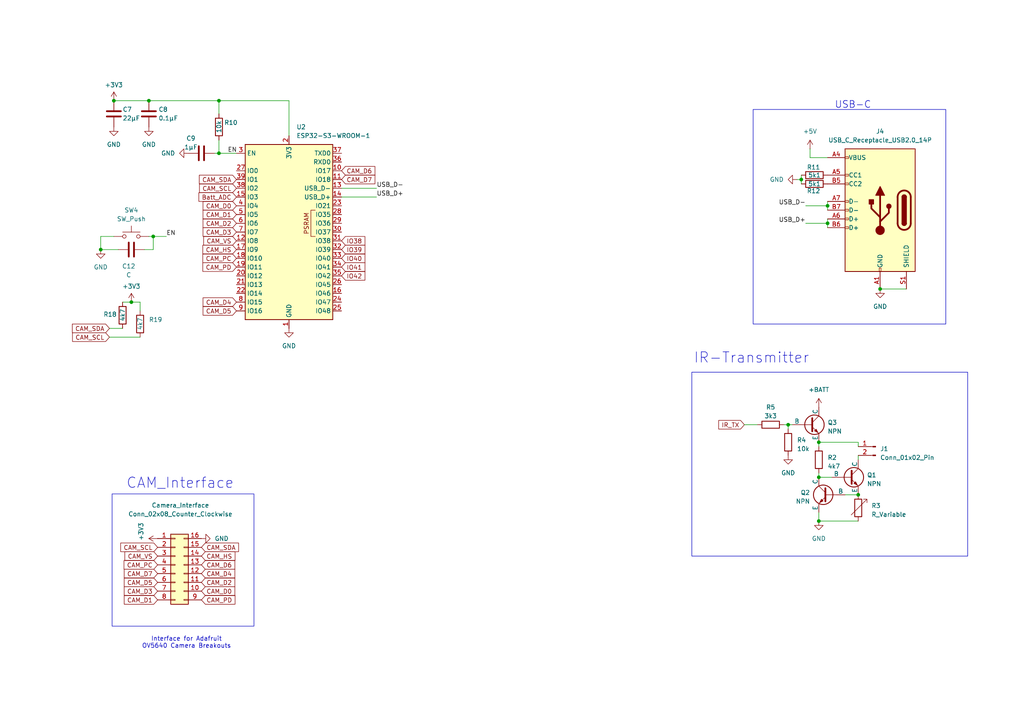
<source format=kicad_sch>
(kicad_sch
	(version 20250114)
	(generator "eeschema")
	(generator_version "9.0")
	(uuid "58d285d8-5ae3-4021-a413-3f879ee8944c")
	(paper "A4")
	(title_block
		(title "Nerf-ATG")
		(date "2025-04-13")
		(rev "1.0")
		(company "made by Nico Hütter")
	)
	(lib_symbols
		(symbol "Connector:Conn_01x02_Pin"
			(pin_names
				(offset 1.016)
				(hide yes)
			)
			(exclude_from_sim no)
			(in_bom yes)
			(on_board yes)
			(property "Reference" "J"
				(at 0 2.54 0)
				(effects
					(font
						(size 1.27 1.27)
					)
				)
			)
			(property "Value" "Conn_01x02_Pin"
				(at 0 -5.08 0)
				(effects
					(font
						(size 1.27 1.27)
					)
				)
			)
			(property "Footprint" ""
				(at 0 0 0)
				(effects
					(font
						(size 1.27 1.27)
					)
					(hide yes)
				)
			)
			(property "Datasheet" "~"
				(at 0 0 0)
				(effects
					(font
						(size 1.27 1.27)
					)
					(hide yes)
				)
			)
			(property "Description" "Generic connector, single row, 01x02, script generated"
				(at 0 0 0)
				(effects
					(font
						(size 1.27 1.27)
					)
					(hide yes)
				)
			)
			(property "ki_locked" ""
				(at 0 0 0)
				(effects
					(font
						(size 1.27 1.27)
					)
				)
			)
			(property "ki_keywords" "connector"
				(at 0 0 0)
				(effects
					(font
						(size 1.27 1.27)
					)
					(hide yes)
				)
			)
			(property "ki_fp_filters" "Connector*:*_1x??_*"
				(at 0 0 0)
				(effects
					(font
						(size 1.27 1.27)
					)
					(hide yes)
				)
			)
			(symbol "Conn_01x02_Pin_1_1"
				(rectangle
					(start 0.8636 0.127)
					(end 0 -0.127)
					(stroke
						(width 0.1524)
						(type default)
					)
					(fill
						(type outline)
					)
				)
				(rectangle
					(start 0.8636 -2.413)
					(end 0 -2.667)
					(stroke
						(width 0.1524)
						(type default)
					)
					(fill
						(type outline)
					)
				)
				(polyline
					(pts
						(xy 1.27 0) (xy 0.8636 0)
					)
					(stroke
						(width 0.1524)
						(type default)
					)
					(fill
						(type none)
					)
				)
				(polyline
					(pts
						(xy 1.27 -2.54) (xy 0.8636 -2.54)
					)
					(stroke
						(width 0.1524)
						(type default)
					)
					(fill
						(type none)
					)
				)
				(pin passive line
					(at 5.08 0 180)
					(length 3.81)
					(name "Pin_1"
						(effects
							(font
								(size 1.27 1.27)
							)
						)
					)
					(number "1"
						(effects
							(font
								(size 1.27 1.27)
							)
						)
					)
				)
				(pin passive line
					(at 5.08 -2.54 180)
					(length 3.81)
					(name "Pin_2"
						(effects
							(font
								(size 1.27 1.27)
							)
						)
					)
					(number "2"
						(effects
							(font
								(size 1.27 1.27)
							)
						)
					)
				)
			)
			(embedded_fonts no)
		)
		(symbol "Connector:USB_C_Receptacle_USB2.0_14P"
			(pin_names
				(offset 1.016)
			)
			(exclude_from_sim no)
			(in_bom yes)
			(on_board yes)
			(property "Reference" "J"
				(at 0 22.225 0)
				(effects
					(font
						(size 1.27 1.27)
					)
				)
			)
			(property "Value" "USB_C_Receptacle_USB2.0_14P"
				(at 0 19.685 0)
				(effects
					(font
						(size 1.27 1.27)
					)
				)
			)
			(property "Footprint" ""
				(at 3.81 0 0)
				(effects
					(font
						(size 1.27 1.27)
					)
					(hide yes)
				)
			)
			(property "Datasheet" "https://www.usb.org/sites/default/files/documents/usb_type-c.zip"
				(at 3.81 0 0)
				(effects
					(font
						(size 1.27 1.27)
					)
					(hide yes)
				)
			)
			(property "Description" "USB 2.0-only 14P Type-C Receptacle connector"
				(at 0 0 0)
				(effects
					(font
						(size 1.27 1.27)
					)
					(hide yes)
				)
			)
			(property "ki_keywords" "usb universal serial bus type-C USB2.0"
				(at 0 0 0)
				(effects
					(font
						(size 1.27 1.27)
					)
					(hide yes)
				)
			)
			(property "ki_fp_filters" "USB*C*Receptacle*"
				(at 0 0 0)
				(effects
					(font
						(size 1.27 1.27)
					)
					(hide yes)
				)
			)
			(symbol "USB_C_Receptacle_USB2.0_14P_0_0"
				(rectangle
					(start -0.254 -17.78)
					(end 0.254 -16.764)
					(stroke
						(width 0)
						(type default)
					)
					(fill
						(type none)
					)
				)
				(rectangle
					(start 10.16 15.494)
					(end 9.144 14.986)
					(stroke
						(width 0)
						(type default)
					)
					(fill
						(type none)
					)
				)
				(rectangle
					(start 10.16 10.414)
					(end 9.144 9.906)
					(stroke
						(width 0)
						(type default)
					)
					(fill
						(type none)
					)
				)
				(rectangle
					(start 10.16 7.874)
					(end 9.144 7.366)
					(stroke
						(width 0)
						(type default)
					)
					(fill
						(type none)
					)
				)
				(rectangle
					(start 10.16 2.794)
					(end 9.144 2.286)
					(stroke
						(width 0)
						(type default)
					)
					(fill
						(type none)
					)
				)
				(rectangle
					(start 10.16 0.254)
					(end 9.144 -0.254)
					(stroke
						(width 0)
						(type default)
					)
					(fill
						(type none)
					)
				)
				(rectangle
					(start 10.16 -2.286)
					(end 9.144 -2.794)
					(stroke
						(width 0)
						(type default)
					)
					(fill
						(type none)
					)
				)
				(rectangle
					(start 10.16 -4.826)
					(end 9.144 -5.334)
					(stroke
						(width 0)
						(type default)
					)
					(fill
						(type none)
					)
				)
			)
			(symbol "USB_C_Receptacle_USB2.0_14P_0_1"
				(rectangle
					(start -10.16 17.78)
					(end 10.16 -17.78)
					(stroke
						(width 0.254)
						(type default)
					)
					(fill
						(type background)
					)
				)
				(polyline
					(pts
						(xy -8.89 -3.81) (xy -8.89 3.81)
					)
					(stroke
						(width 0.508)
						(type default)
					)
					(fill
						(type none)
					)
				)
				(rectangle
					(start -7.62 -3.81)
					(end -6.35 3.81)
					(stroke
						(width 0.254)
						(type default)
					)
					(fill
						(type outline)
					)
				)
				(arc
					(start -7.62 3.81)
					(mid -6.985 4.4423)
					(end -6.35 3.81)
					(stroke
						(width 0.254)
						(type default)
					)
					(fill
						(type none)
					)
				)
				(arc
					(start -7.62 3.81)
					(mid -6.985 4.4423)
					(end -6.35 3.81)
					(stroke
						(width 0.254)
						(type default)
					)
					(fill
						(type outline)
					)
				)
				(arc
					(start -8.89 3.81)
					(mid -6.985 5.7067)
					(end -5.08 3.81)
					(stroke
						(width 0.508)
						(type default)
					)
					(fill
						(type none)
					)
				)
				(arc
					(start -5.08 -3.81)
					(mid -6.985 -5.7067)
					(end -8.89 -3.81)
					(stroke
						(width 0.508)
						(type default)
					)
					(fill
						(type none)
					)
				)
				(arc
					(start -6.35 -3.81)
					(mid -6.985 -4.4423)
					(end -7.62 -3.81)
					(stroke
						(width 0.254)
						(type default)
					)
					(fill
						(type none)
					)
				)
				(arc
					(start -6.35 -3.81)
					(mid -6.985 -4.4423)
					(end -7.62 -3.81)
					(stroke
						(width 0.254)
						(type default)
					)
					(fill
						(type outline)
					)
				)
				(polyline
					(pts
						(xy -5.08 3.81) (xy -5.08 -3.81)
					)
					(stroke
						(width 0.508)
						(type default)
					)
					(fill
						(type none)
					)
				)
				(circle
					(center -2.54 1.143)
					(radius 0.635)
					(stroke
						(width 0.254)
						(type default)
					)
					(fill
						(type outline)
					)
				)
				(polyline
					(pts
						(xy -1.27 4.318) (xy 0 6.858) (xy 1.27 4.318) (xy -1.27 4.318)
					)
					(stroke
						(width 0.254)
						(type default)
					)
					(fill
						(type outline)
					)
				)
				(polyline
					(pts
						(xy 0 -2.032) (xy 2.54 0.508) (xy 2.54 1.778)
					)
					(stroke
						(width 0.508)
						(type default)
					)
					(fill
						(type none)
					)
				)
				(polyline
					(pts
						(xy 0 -3.302) (xy -2.54 -0.762) (xy -2.54 0.508)
					)
					(stroke
						(width 0.508)
						(type default)
					)
					(fill
						(type none)
					)
				)
				(polyline
					(pts
						(xy 0 -5.842) (xy 0 4.318)
					)
					(stroke
						(width 0.508)
						(type default)
					)
					(fill
						(type none)
					)
				)
				(circle
					(center 0 -5.842)
					(radius 1.27)
					(stroke
						(width 0)
						(type default)
					)
					(fill
						(type outline)
					)
				)
				(rectangle
					(start 1.905 1.778)
					(end 3.175 3.048)
					(stroke
						(width 0.254)
						(type default)
					)
					(fill
						(type outline)
					)
				)
			)
			(symbol "USB_C_Receptacle_USB2.0_14P_1_1"
				(pin passive line
					(at -7.62 -22.86 90)
					(length 5.08)
					(name "SHIELD"
						(effects
							(font
								(size 1.27 1.27)
							)
						)
					)
					(number "S1"
						(effects
							(font
								(size 1.27 1.27)
							)
						)
					)
				)
				(pin passive line
					(at 0 -22.86 90)
					(length 5.08)
					(name "GND"
						(effects
							(font
								(size 1.27 1.27)
							)
						)
					)
					(number "A1"
						(effects
							(font
								(size 1.27 1.27)
							)
						)
					)
				)
				(pin passive line
					(at 0 -22.86 90)
					(length 5.08)
					(hide yes)
					(name "GND"
						(effects
							(font
								(size 1.27 1.27)
							)
						)
					)
					(number "A12"
						(effects
							(font
								(size 1.27 1.27)
							)
						)
					)
				)
				(pin passive line
					(at 0 -22.86 90)
					(length 5.08)
					(hide yes)
					(name "GND"
						(effects
							(font
								(size 1.27 1.27)
							)
						)
					)
					(number "B1"
						(effects
							(font
								(size 1.27 1.27)
							)
						)
					)
				)
				(pin passive line
					(at 0 -22.86 90)
					(length 5.08)
					(hide yes)
					(name "GND"
						(effects
							(font
								(size 1.27 1.27)
							)
						)
					)
					(number "B12"
						(effects
							(font
								(size 1.27 1.27)
							)
						)
					)
				)
				(pin passive line
					(at 15.24 15.24 180)
					(length 5.08)
					(name "VBUS"
						(effects
							(font
								(size 1.27 1.27)
							)
						)
					)
					(number "A4"
						(effects
							(font
								(size 1.27 1.27)
							)
						)
					)
				)
				(pin passive line
					(at 15.24 15.24 180)
					(length 5.08)
					(hide yes)
					(name "VBUS"
						(effects
							(font
								(size 1.27 1.27)
							)
						)
					)
					(number "A9"
						(effects
							(font
								(size 1.27 1.27)
							)
						)
					)
				)
				(pin passive line
					(at 15.24 15.24 180)
					(length 5.08)
					(hide yes)
					(name "VBUS"
						(effects
							(font
								(size 1.27 1.27)
							)
						)
					)
					(number "B4"
						(effects
							(font
								(size 1.27 1.27)
							)
						)
					)
				)
				(pin passive line
					(at 15.24 15.24 180)
					(length 5.08)
					(hide yes)
					(name "VBUS"
						(effects
							(font
								(size 1.27 1.27)
							)
						)
					)
					(number "B9"
						(effects
							(font
								(size 1.27 1.27)
							)
						)
					)
				)
				(pin bidirectional line
					(at 15.24 10.16 180)
					(length 5.08)
					(name "CC1"
						(effects
							(font
								(size 1.27 1.27)
							)
						)
					)
					(number "A5"
						(effects
							(font
								(size 1.27 1.27)
							)
						)
					)
				)
				(pin bidirectional line
					(at 15.24 7.62 180)
					(length 5.08)
					(name "CC2"
						(effects
							(font
								(size 1.27 1.27)
							)
						)
					)
					(number "B5"
						(effects
							(font
								(size 1.27 1.27)
							)
						)
					)
				)
				(pin bidirectional line
					(at 15.24 2.54 180)
					(length 5.08)
					(name "D-"
						(effects
							(font
								(size 1.27 1.27)
							)
						)
					)
					(number "A7"
						(effects
							(font
								(size 1.27 1.27)
							)
						)
					)
				)
				(pin bidirectional line
					(at 15.24 0 180)
					(length 5.08)
					(name "D-"
						(effects
							(font
								(size 1.27 1.27)
							)
						)
					)
					(number "B7"
						(effects
							(font
								(size 1.27 1.27)
							)
						)
					)
				)
				(pin bidirectional line
					(at 15.24 -2.54 180)
					(length 5.08)
					(name "D+"
						(effects
							(font
								(size 1.27 1.27)
							)
						)
					)
					(number "A6"
						(effects
							(font
								(size 1.27 1.27)
							)
						)
					)
				)
				(pin bidirectional line
					(at 15.24 -5.08 180)
					(length 5.08)
					(name "D+"
						(effects
							(font
								(size 1.27 1.27)
							)
						)
					)
					(number "B6"
						(effects
							(font
								(size 1.27 1.27)
							)
						)
					)
				)
			)
			(embedded_fonts no)
		)
		(symbol "Connector_Generic:Conn_02x08_Counter_Clockwise"
			(pin_names
				(offset 1.016)
				(hide yes)
			)
			(exclude_from_sim no)
			(in_bom yes)
			(on_board yes)
			(property "Reference" "J"
				(at 1.27 10.16 0)
				(effects
					(font
						(size 1.27 1.27)
					)
				)
			)
			(property "Value" "Conn_02x08_Counter_Clockwise"
				(at 1.27 -12.7 0)
				(effects
					(font
						(size 1.27 1.27)
					)
				)
			)
			(property "Footprint" ""
				(at 0 0 0)
				(effects
					(font
						(size 1.27 1.27)
					)
					(hide yes)
				)
			)
			(property "Datasheet" "~"
				(at 0 0 0)
				(effects
					(font
						(size 1.27 1.27)
					)
					(hide yes)
				)
			)
			(property "Description" "Generic connector, double row, 02x08, counter clockwise pin numbering scheme (similar to DIP package numbering), script generated (kicad-library-utils/schlib/autogen/connector/)"
				(at 0 0 0)
				(effects
					(font
						(size 1.27 1.27)
					)
					(hide yes)
				)
			)
			(property "ki_keywords" "connector"
				(at 0 0 0)
				(effects
					(font
						(size 1.27 1.27)
					)
					(hide yes)
				)
			)
			(property "ki_fp_filters" "Connector*:*_2x??_*"
				(at 0 0 0)
				(effects
					(font
						(size 1.27 1.27)
					)
					(hide yes)
				)
			)
			(symbol "Conn_02x08_Counter_Clockwise_1_1"
				(rectangle
					(start -1.27 8.89)
					(end 3.81 -11.43)
					(stroke
						(width 0.254)
						(type default)
					)
					(fill
						(type background)
					)
				)
				(rectangle
					(start -1.27 7.747)
					(end 0 7.493)
					(stroke
						(width 0.1524)
						(type default)
					)
					(fill
						(type none)
					)
				)
				(rectangle
					(start -1.27 5.207)
					(end 0 4.953)
					(stroke
						(width 0.1524)
						(type default)
					)
					(fill
						(type none)
					)
				)
				(rectangle
					(start -1.27 2.667)
					(end 0 2.413)
					(stroke
						(width 0.1524)
						(type default)
					)
					(fill
						(type none)
					)
				)
				(rectangle
					(start -1.27 0.127)
					(end 0 -0.127)
					(stroke
						(width 0.1524)
						(type default)
					)
					(fill
						(type none)
					)
				)
				(rectangle
					(start -1.27 -2.413)
					(end 0 -2.667)
					(stroke
						(width 0.1524)
						(type default)
					)
					(fill
						(type none)
					)
				)
				(rectangle
					(start -1.27 -4.953)
					(end 0 -5.207)
					(stroke
						(width 0.1524)
						(type default)
					)
					(fill
						(type none)
					)
				)
				(rectangle
					(start -1.27 -7.493)
					(end 0 -7.747)
					(stroke
						(width 0.1524)
						(type default)
					)
					(fill
						(type none)
					)
				)
				(rectangle
					(start -1.27 -10.033)
					(end 0 -10.287)
					(stroke
						(width 0.1524)
						(type default)
					)
					(fill
						(type none)
					)
				)
				(rectangle
					(start 3.81 7.747)
					(end 2.54 7.493)
					(stroke
						(width 0.1524)
						(type default)
					)
					(fill
						(type none)
					)
				)
				(rectangle
					(start 3.81 5.207)
					(end 2.54 4.953)
					(stroke
						(width 0.1524)
						(type default)
					)
					(fill
						(type none)
					)
				)
				(rectangle
					(start 3.81 2.667)
					(end 2.54 2.413)
					(stroke
						(width 0.1524)
						(type default)
					)
					(fill
						(type none)
					)
				)
				(rectangle
					(start 3.81 0.127)
					(end 2.54 -0.127)
					(stroke
						(width 0.1524)
						(type default)
					)
					(fill
						(type none)
					)
				)
				(rectangle
					(start 3.81 -2.413)
					(end 2.54 -2.667)
					(stroke
						(width 0.1524)
						(type default)
					)
					(fill
						(type none)
					)
				)
				(rectangle
					(start 3.81 -4.953)
					(end 2.54 -5.207)
					(stroke
						(width 0.1524)
						(type default)
					)
					(fill
						(type none)
					)
				)
				(rectangle
					(start 3.81 -7.493)
					(end 2.54 -7.747)
					(stroke
						(width 0.1524)
						(type default)
					)
					(fill
						(type none)
					)
				)
				(rectangle
					(start 3.81 -10.033)
					(end 2.54 -10.287)
					(stroke
						(width 0.1524)
						(type default)
					)
					(fill
						(type none)
					)
				)
				(pin passive line
					(at -5.08 7.62 0)
					(length 3.81)
					(name "Pin_1"
						(effects
							(font
								(size 1.27 1.27)
							)
						)
					)
					(number "1"
						(effects
							(font
								(size 1.27 1.27)
							)
						)
					)
				)
				(pin passive line
					(at -5.08 5.08 0)
					(length 3.81)
					(name "Pin_2"
						(effects
							(font
								(size 1.27 1.27)
							)
						)
					)
					(number "2"
						(effects
							(font
								(size 1.27 1.27)
							)
						)
					)
				)
				(pin passive line
					(at -5.08 2.54 0)
					(length 3.81)
					(name "Pin_3"
						(effects
							(font
								(size 1.27 1.27)
							)
						)
					)
					(number "3"
						(effects
							(font
								(size 1.27 1.27)
							)
						)
					)
				)
				(pin passive line
					(at -5.08 0 0)
					(length 3.81)
					(name "Pin_4"
						(effects
							(font
								(size 1.27 1.27)
							)
						)
					)
					(number "4"
						(effects
							(font
								(size 1.27 1.27)
							)
						)
					)
				)
				(pin passive line
					(at -5.08 -2.54 0)
					(length 3.81)
					(name "Pin_5"
						(effects
							(font
								(size 1.27 1.27)
							)
						)
					)
					(number "5"
						(effects
							(font
								(size 1.27 1.27)
							)
						)
					)
				)
				(pin passive line
					(at -5.08 -5.08 0)
					(length 3.81)
					(name "Pin_6"
						(effects
							(font
								(size 1.27 1.27)
							)
						)
					)
					(number "6"
						(effects
							(font
								(size 1.27 1.27)
							)
						)
					)
				)
				(pin passive line
					(at -5.08 -7.62 0)
					(length 3.81)
					(name "Pin_7"
						(effects
							(font
								(size 1.27 1.27)
							)
						)
					)
					(number "7"
						(effects
							(font
								(size 1.27 1.27)
							)
						)
					)
				)
				(pin passive line
					(at -5.08 -10.16 0)
					(length 3.81)
					(name "Pin_8"
						(effects
							(font
								(size 1.27 1.27)
							)
						)
					)
					(number "8"
						(effects
							(font
								(size 1.27 1.27)
							)
						)
					)
				)
				(pin passive line
					(at 7.62 7.62 180)
					(length 3.81)
					(name "Pin_16"
						(effects
							(font
								(size 1.27 1.27)
							)
						)
					)
					(number "16"
						(effects
							(font
								(size 1.27 1.27)
							)
						)
					)
				)
				(pin passive line
					(at 7.62 5.08 180)
					(length 3.81)
					(name "Pin_15"
						(effects
							(font
								(size 1.27 1.27)
							)
						)
					)
					(number "15"
						(effects
							(font
								(size 1.27 1.27)
							)
						)
					)
				)
				(pin passive line
					(at 7.62 2.54 180)
					(length 3.81)
					(name "Pin_14"
						(effects
							(font
								(size 1.27 1.27)
							)
						)
					)
					(number "14"
						(effects
							(font
								(size 1.27 1.27)
							)
						)
					)
				)
				(pin passive line
					(at 7.62 0 180)
					(length 3.81)
					(name "Pin_13"
						(effects
							(font
								(size 1.27 1.27)
							)
						)
					)
					(number "13"
						(effects
							(font
								(size 1.27 1.27)
							)
						)
					)
				)
				(pin passive line
					(at 7.62 -2.54 180)
					(length 3.81)
					(name "Pin_12"
						(effects
							(font
								(size 1.27 1.27)
							)
						)
					)
					(number "12"
						(effects
							(font
								(size 1.27 1.27)
							)
						)
					)
				)
				(pin passive line
					(at 7.62 -5.08 180)
					(length 3.81)
					(name "Pin_11"
						(effects
							(font
								(size 1.27 1.27)
							)
						)
					)
					(number "11"
						(effects
							(font
								(size 1.27 1.27)
							)
						)
					)
				)
				(pin passive line
					(at 7.62 -7.62 180)
					(length 3.81)
					(name "Pin_10"
						(effects
							(font
								(size 1.27 1.27)
							)
						)
					)
					(number "10"
						(effects
							(font
								(size 1.27 1.27)
							)
						)
					)
				)
				(pin passive line
					(at 7.62 -10.16 180)
					(length 3.81)
					(name "Pin_9"
						(effects
							(font
								(size 1.27 1.27)
							)
						)
					)
					(number "9"
						(effects
							(font
								(size 1.27 1.27)
							)
						)
					)
				)
			)
			(embedded_fonts no)
		)
		(symbol "Device:C"
			(pin_numbers
				(hide yes)
			)
			(pin_names
				(offset 0.254)
			)
			(exclude_from_sim no)
			(in_bom yes)
			(on_board yes)
			(property "Reference" "C"
				(at 0.635 2.54 0)
				(effects
					(font
						(size 1.27 1.27)
					)
					(justify left)
				)
			)
			(property "Value" "C"
				(at 0.635 -2.54 0)
				(effects
					(font
						(size 1.27 1.27)
					)
					(justify left)
				)
			)
			(property "Footprint" ""
				(at 0.9652 -3.81 0)
				(effects
					(font
						(size 1.27 1.27)
					)
					(hide yes)
				)
			)
			(property "Datasheet" "~"
				(at 0 0 0)
				(effects
					(font
						(size 1.27 1.27)
					)
					(hide yes)
				)
			)
			(property "Description" "Unpolarized capacitor"
				(at 0 0 0)
				(effects
					(font
						(size 1.27 1.27)
					)
					(hide yes)
				)
			)
			(property "ki_keywords" "cap capacitor"
				(at 0 0 0)
				(effects
					(font
						(size 1.27 1.27)
					)
					(hide yes)
				)
			)
			(property "ki_fp_filters" "C_*"
				(at 0 0 0)
				(effects
					(font
						(size 1.27 1.27)
					)
					(hide yes)
				)
			)
			(symbol "C_0_1"
				(polyline
					(pts
						(xy -2.032 0.762) (xy 2.032 0.762)
					)
					(stroke
						(width 0.508)
						(type default)
					)
					(fill
						(type none)
					)
				)
				(polyline
					(pts
						(xy -2.032 -0.762) (xy 2.032 -0.762)
					)
					(stroke
						(width 0.508)
						(type default)
					)
					(fill
						(type none)
					)
				)
			)
			(symbol "C_1_1"
				(pin passive line
					(at 0 3.81 270)
					(length 2.794)
					(name "~"
						(effects
							(font
								(size 1.27 1.27)
							)
						)
					)
					(number "1"
						(effects
							(font
								(size 1.27 1.27)
							)
						)
					)
				)
				(pin passive line
					(at 0 -3.81 90)
					(length 2.794)
					(name "~"
						(effects
							(font
								(size 1.27 1.27)
							)
						)
					)
					(number "2"
						(effects
							(font
								(size 1.27 1.27)
							)
						)
					)
				)
			)
			(embedded_fonts no)
		)
		(symbol "Device:R"
			(pin_numbers
				(hide yes)
			)
			(pin_names
				(offset 0)
			)
			(exclude_from_sim no)
			(in_bom yes)
			(on_board yes)
			(property "Reference" "R"
				(at 2.032 0 90)
				(effects
					(font
						(size 1.27 1.27)
					)
				)
			)
			(property "Value" "R"
				(at 0 0 90)
				(effects
					(font
						(size 1.27 1.27)
					)
				)
			)
			(property "Footprint" ""
				(at -1.778 0 90)
				(effects
					(font
						(size 1.27 1.27)
					)
					(hide yes)
				)
			)
			(property "Datasheet" "~"
				(at 0 0 0)
				(effects
					(font
						(size 1.27 1.27)
					)
					(hide yes)
				)
			)
			(property "Description" "Resistor"
				(at 0 0 0)
				(effects
					(font
						(size 1.27 1.27)
					)
					(hide yes)
				)
			)
			(property "ki_keywords" "R res resistor"
				(at 0 0 0)
				(effects
					(font
						(size 1.27 1.27)
					)
					(hide yes)
				)
			)
			(property "ki_fp_filters" "R_*"
				(at 0 0 0)
				(effects
					(font
						(size 1.27 1.27)
					)
					(hide yes)
				)
			)
			(symbol "R_0_1"
				(rectangle
					(start -1.016 -2.54)
					(end 1.016 2.54)
					(stroke
						(width 0.254)
						(type default)
					)
					(fill
						(type none)
					)
				)
			)
			(symbol "R_1_1"
				(pin passive line
					(at 0 3.81 270)
					(length 1.27)
					(name "~"
						(effects
							(font
								(size 1.27 1.27)
							)
						)
					)
					(number "1"
						(effects
							(font
								(size 1.27 1.27)
							)
						)
					)
				)
				(pin passive line
					(at 0 -3.81 90)
					(length 1.27)
					(name "~"
						(effects
							(font
								(size 1.27 1.27)
							)
						)
					)
					(number "2"
						(effects
							(font
								(size 1.27 1.27)
							)
						)
					)
				)
			)
			(embedded_fonts no)
		)
		(symbol "Device:R_Variable"
			(pin_numbers
				(hide yes)
			)
			(pin_names
				(offset 0)
			)
			(exclude_from_sim no)
			(in_bom yes)
			(on_board yes)
			(property "Reference" "R"
				(at 2.54 -2.54 90)
				(effects
					(font
						(size 1.27 1.27)
					)
					(justify left)
				)
			)
			(property "Value" "R_Variable"
				(at -2.54 -1.27 90)
				(effects
					(font
						(size 1.27 1.27)
					)
					(justify left)
				)
			)
			(property "Footprint" ""
				(at -1.778 0 90)
				(effects
					(font
						(size 1.27 1.27)
					)
					(hide yes)
				)
			)
			(property "Datasheet" "~"
				(at 0 0 0)
				(effects
					(font
						(size 1.27 1.27)
					)
					(hide yes)
				)
			)
			(property "Description" "Variable resistor"
				(at 0 0 0)
				(effects
					(font
						(size 1.27 1.27)
					)
					(hide yes)
				)
			)
			(property "ki_keywords" "R res resistor variable potentiometer rheostat"
				(at 0 0 0)
				(effects
					(font
						(size 1.27 1.27)
					)
					(hide yes)
				)
			)
			(property "ki_fp_filters" "R_*"
				(at 0 0 0)
				(effects
					(font
						(size 1.27 1.27)
					)
					(hide yes)
				)
			)
			(symbol "R_Variable_0_1"
				(rectangle
					(start -1.016 -2.54)
					(end 1.016 2.54)
					(stroke
						(width 0.254)
						(type default)
					)
					(fill
						(type none)
					)
				)
				(polyline
					(pts
						(xy 2.54 1.524) (xy 2.54 2.54) (xy 1.524 2.54) (xy 2.54 2.54) (xy -2.032 -2.032)
					)
					(stroke
						(width 0)
						(type default)
					)
					(fill
						(type none)
					)
				)
			)
			(symbol "R_Variable_1_1"
				(pin passive line
					(at 0 3.81 270)
					(length 1.27)
					(name "~"
						(effects
							(font
								(size 1.27 1.27)
							)
						)
					)
					(number "1"
						(effects
							(font
								(size 1.27 1.27)
							)
						)
					)
				)
				(pin passive line
					(at 0 -3.81 90)
					(length 1.27)
					(name "~"
						(effects
							(font
								(size 1.27 1.27)
							)
						)
					)
					(number "2"
						(effects
							(font
								(size 1.27 1.27)
							)
						)
					)
				)
			)
			(embedded_fonts no)
		)
		(symbol "RF_Module:ESP32-S3-WROOM-1"
			(exclude_from_sim no)
			(in_bom yes)
			(on_board yes)
			(property "Reference" "U"
				(at -12.7 26.67 0)
				(effects
					(font
						(size 1.27 1.27)
					)
				)
			)
			(property "Value" "ESP32-S3-WROOM-1"
				(at 12.7 26.67 0)
				(effects
					(font
						(size 1.27 1.27)
					)
				)
			)
			(property "Footprint" "RF_Module:ESP32-S3-WROOM-1"
				(at 0 2.54 0)
				(effects
					(font
						(size 1.27 1.27)
					)
					(hide yes)
				)
			)
			(property "Datasheet" "https://www.espressif.com/sites/default/files/documentation/esp32-s3-wroom-1_wroom-1u_datasheet_en.pdf"
				(at 0 0 0)
				(effects
					(font
						(size 1.27 1.27)
					)
					(hide yes)
				)
			)
			(property "Description" "RF Module, ESP32-S3 SoC, Wi-Fi 802.11b/g/n, Bluetooth, BLE, 32-bit, 3.3V, onboard antenna, SMD"
				(at 0 0 0)
				(effects
					(font
						(size 1.27 1.27)
					)
					(hide yes)
				)
			)
			(property "ki_keywords" "RF Radio BT ESP ESP32-S3 Espressif onboard PCB antenna"
				(at 0 0 0)
				(effects
					(font
						(size 1.27 1.27)
					)
					(hide yes)
				)
			)
			(property "ki_fp_filters" "ESP32?S3?WROOM?1*"
				(at 0 0 0)
				(effects
					(font
						(size 1.27 1.27)
					)
					(hide yes)
				)
			)
			(symbol "ESP32-S3-WROOM-1_0_0"
				(rectangle
					(start -12.7 25.4)
					(end 12.7 -25.4)
					(stroke
						(width 0.254)
						(type default)
					)
					(fill
						(type background)
					)
				)
				(text "PSRAM"
					(at 5.08 2.54 900)
					(effects
						(font
							(size 1.27 1.27)
						)
					)
				)
			)
			(symbol "ESP32-S3-WROOM-1_0_1"
				(polyline
					(pts
						(xy 7.62 -1.27) (xy 6.35 -1.27) (xy 6.35 6.35) (xy 7.62 6.35)
					)
					(stroke
						(width 0)
						(type default)
					)
					(fill
						(type none)
					)
				)
			)
			(symbol "ESP32-S3-WROOM-1_1_1"
				(pin input line
					(at -15.24 22.86 0)
					(length 2.54)
					(name "EN"
						(effects
							(font
								(size 1.27 1.27)
							)
						)
					)
					(number "3"
						(effects
							(font
								(size 1.27 1.27)
							)
						)
					)
				)
				(pin bidirectional line
					(at -15.24 17.78 0)
					(length 2.54)
					(name "IO0"
						(effects
							(font
								(size 1.27 1.27)
							)
						)
					)
					(number "27"
						(effects
							(font
								(size 1.27 1.27)
							)
						)
					)
				)
				(pin bidirectional line
					(at -15.24 15.24 0)
					(length 2.54)
					(name "IO1"
						(effects
							(font
								(size 1.27 1.27)
							)
						)
					)
					(number "39"
						(effects
							(font
								(size 1.27 1.27)
							)
						)
					)
				)
				(pin bidirectional line
					(at -15.24 12.7 0)
					(length 2.54)
					(name "IO2"
						(effects
							(font
								(size 1.27 1.27)
							)
						)
					)
					(number "38"
						(effects
							(font
								(size 1.27 1.27)
							)
						)
					)
				)
				(pin bidirectional line
					(at -15.24 10.16 0)
					(length 2.54)
					(name "IO3"
						(effects
							(font
								(size 1.27 1.27)
							)
						)
					)
					(number "15"
						(effects
							(font
								(size 1.27 1.27)
							)
						)
					)
				)
				(pin bidirectional line
					(at -15.24 7.62 0)
					(length 2.54)
					(name "IO4"
						(effects
							(font
								(size 1.27 1.27)
							)
						)
					)
					(number "4"
						(effects
							(font
								(size 1.27 1.27)
							)
						)
					)
				)
				(pin bidirectional line
					(at -15.24 5.08 0)
					(length 2.54)
					(name "IO5"
						(effects
							(font
								(size 1.27 1.27)
							)
						)
					)
					(number "5"
						(effects
							(font
								(size 1.27 1.27)
							)
						)
					)
				)
				(pin bidirectional line
					(at -15.24 2.54 0)
					(length 2.54)
					(name "IO6"
						(effects
							(font
								(size 1.27 1.27)
							)
						)
					)
					(number "6"
						(effects
							(font
								(size 1.27 1.27)
							)
						)
					)
				)
				(pin bidirectional line
					(at -15.24 0 0)
					(length 2.54)
					(name "IO7"
						(effects
							(font
								(size 1.27 1.27)
							)
						)
					)
					(number "7"
						(effects
							(font
								(size 1.27 1.27)
							)
						)
					)
				)
				(pin bidirectional line
					(at -15.24 -2.54 0)
					(length 2.54)
					(name "IO8"
						(effects
							(font
								(size 1.27 1.27)
							)
						)
					)
					(number "12"
						(effects
							(font
								(size 1.27 1.27)
							)
						)
					)
				)
				(pin bidirectional line
					(at -15.24 -5.08 0)
					(length 2.54)
					(name "IO9"
						(effects
							(font
								(size 1.27 1.27)
							)
						)
					)
					(number "17"
						(effects
							(font
								(size 1.27 1.27)
							)
						)
					)
				)
				(pin bidirectional line
					(at -15.24 -7.62 0)
					(length 2.54)
					(name "IO10"
						(effects
							(font
								(size 1.27 1.27)
							)
						)
					)
					(number "18"
						(effects
							(font
								(size 1.27 1.27)
							)
						)
					)
				)
				(pin bidirectional line
					(at -15.24 -10.16 0)
					(length 2.54)
					(name "IO11"
						(effects
							(font
								(size 1.27 1.27)
							)
						)
					)
					(number "19"
						(effects
							(font
								(size 1.27 1.27)
							)
						)
					)
				)
				(pin bidirectional line
					(at -15.24 -12.7 0)
					(length 2.54)
					(name "IO12"
						(effects
							(font
								(size 1.27 1.27)
							)
						)
					)
					(number "20"
						(effects
							(font
								(size 1.27 1.27)
							)
						)
					)
				)
				(pin bidirectional line
					(at -15.24 -15.24 0)
					(length 2.54)
					(name "IO13"
						(effects
							(font
								(size 1.27 1.27)
							)
						)
					)
					(number "21"
						(effects
							(font
								(size 1.27 1.27)
							)
						)
					)
				)
				(pin bidirectional line
					(at -15.24 -17.78 0)
					(length 2.54)
					(name "IO14"
						(effects
							(font
								(size 1.27 1.27)
							)
						)
					)
					(number "22"
						(effects
							(font
								(size 1.27 1.27)
							)
						)
					)
				)
				(pin bidirectional line
					(at -15.24 -20.32 0)
					(length 2.54)
					(name "IO15"
						(effects
							(font
								(size 1.27 1.27)
							)
						)
					)
					(number "8"
						(effects
							(font
								(size 1.27 1.27)
							)
						)
					)
				)
				(pin bidirectional line
					(at -15.24 -22.86 0)
					(length 2.54)
					(name "IO16"
						(effects
							(font
								(size 1.27 1.27)
							)
						)
					)
					(number "9"
						(effects
							(font
								(size 1.27 1.27)
							)
						)
					)
				)
				(pin power_in line
					(at 0 27.94 270)
					(length 2.54)
					(name "3V3"
						(effects
							(font
								(size 1.27 1.27)
							)
						)
					)
					(number "2"
						(effects
							(font
								(size 1.27 1.27)
							)
						)
					)
				)
				(pin power_in line
					(at 0 -27.94 90)
					(length 2.54)
					(name "GND"
						(effects
							(font
								(size 1.27 1.27)
							)
						)
					)
					(number "1"
						(effects
							(font
								(size 1.27 1.27)
							)
						)
					)
				)
				(pin passive line
					(at 0 -27.94 90)
					(length 2.54)
					(hide yes)
					(name "GND"
						(effects
							(font
								(size 1.27 1.27)
							)
						)
					)
					(number "40"
						(effects
							(font
								(size 1.27 1.27)
							)
						)
					)
				)
				(pin passive line
					(at 0 -27.94 90)
					(length 2.54)
					(hide yes)
					(name "GND"
						(effects
							(font
								(size 1.27 1.27)
							)
						)
					)
					(number "41"
						(effects
							(font
								(size 1.27 1.27)
							)
						)
					)
				)
				(pin bidirectional line
					(at 15.24 22.86 180)
					(length 2.54)
					(name "TXD0"
						(effects
							(font
								(size 1.27 1.27)
							)
						)
					)
					(number "37"
						(effects
							(font
								(size 1.27 1.27)
							)
						)
					)
				)
				(pin bidirectional line
					(at 15.24 20.32 180)
					(length 2.54)
					(name "RXD0"
						(effects
							(font
								(size 1.27 1.27)
							)
						)
					)
					(number "36"
						(effects
							(font
								(size 1.27 1.27)
							)
						)
					)
				)
				(pin bidirectional line
					(at 15.24 17.78 180)
					(length 2.54)
					(name "IO17"
						(effects
							(font
								(size 1.27 1.27)
							)
						)
					)
					(number "10"
						(effects
							(font
								(size 1.27 1.27)
							)
						)
					)
				)
				(pin bidirectional line
					(at 15.24 15.24 180)
					(length 2.54)
					(name "IO18"
						(effects
							(font
								(size 1.27 1.27)
							)
						)
					)
					(number "11"
						(effects
							(font
								(size 1.27 1.27)
							)
						)
					)
				)
				(pin bidirectional line
					(at 15.24 12.7 180)
					(length 2.54)
					(name "USB_D-"
						(effects
							(font
								(size 1.27 1.27)
							)
						)
					)
					(number "13"
						(effects
							(font
								(size 1.27 1.27)
							)
						)
					)
					(alternate "IO19" bidirectional line)
				)
				(pin bidirectional line
					(at 15.24 10.16 180)
					(length 2.54)
					(name "USB_D+"
						(effects
							(font
								(size 1.27 1.27)
							)
						)
					)
					(number "14"
						(effects
							(font
								(size 1.27 1.27)
							)
						)
					)
					(alternate "IO20" bidirectional line)
				)
				(pin bidirectional line
					(at 15.24 7.62 180)
					(length 2.54)
					(name "IO21"
						(effects
							(font
								(size 1.27 1.27)
							)
						)
					)
					(number "23"
						(effects
							(font
								(size 1.27 1.27)
							)
						)
					)
				)
				(pin bidirectional line
					(at 15.24 5.08 180)
					(length 2.54)
					(name "IO35"
						(effects
							(font
								(size 1.27 1.27)
							)
						)
					)
					(number "28"
						(effects
							(font
								(size 1.27 1.27)
							)
						)
					)
				)
				(pin bidirectional line
					(at 15.24 2.54 180)
					(length 2.54)
					(name "IO36"
						(effects
							(font
								(size 1.27 1.27)
							)
						)
					)
					(number "29"
						(effects
							(font
								(size 1.27 1.27)
							)
						)
					)
				)
				(pin bidirectional line
					(at 15.24 0 180)
					(length 2.54)
					(name "IO37"
						(effects
							(font
								(size 1.27 1.27)
							)
						)
					)
					(number "30"
						(effects
							(font
								(size 1.27 1.27)
							)
						)
					)
				)
				(pin bidirectional line
					(at 15.24 -2.54 180)
					(length 2.54)
					(name "IO38"
						(effects
							(font
								(size 1.27 1.27)
							)
						)
					)
					(number "31"
						(effects
							(font
								(size 1.27 1.27)
							)
						)
					)
				)
				(pin bidirectional line
					(at 15.24 -5.08 180)
					(length 2.54)
					(name "IO39"
						(effects
							(font
								(size 1.27 1.27)
							)
						)
					)
					(number "32"
						(effects
							(font
								(size 1.27 1.27)
							)
						)
					)
				)
				(pin bidirectional line
					(at 15.24 -7.62 180)
					(length 2.54)
					(name "IO40"
						(effects
							(font
								(size 1.27 1.27)
							)
						)
					)
					(number "33"
						(effects
							(font
								(size 1.27 1.27)
							)
						)
					)
				)
				(pin bidirectional line
					(at 15.24 -10.16 180)
					(length 2.54)
					(name "IO41"
						(effects
							(font
								(size 1.27 1.27)
							)
						)
					)
					(number "34"
						(effects
							(font
								(size 1.27 1.27)
							)
						)
					)
				)
				(pin bidirectional line
					(at 15.24 -12.7 180)
					(length 2.54)
					(name "IO42"
						(effects
							(font
								(size 1.27 1.27)
							)
						)
					)
					(number "35"
						(effects
							(font
								(size 1.27 1.27)
							)
						)
					)
				)
				(pin bidirectional line
					(at 15.24 -15.24 180)
					(length 2.54)
					(name "IO45"
						(effects
							(font
								(size 1.27 1.27)
							)
						)
					)
					(number "26"
						(effects
							(font
								(size 1.27 1.27)
							)
						)
					)
				)
				(pin bidirectional line
					(at 15.24 -17.78 180)
					(length 2.54)
					(name "IO46"
						(effects
							(font
								(size 1.27 1.27)
							)
						)
					)
					(number "16"
						(effects
							(font
								(size 1.27 1.27)
							)
						)
					)
				)
				(pin bidirectional line
					(at 15.24 -20.32 180)
					(length 2.54)
					(name "IO47"
						(effects
							(font
								(size 1.27 1.27)
							)
						)
					)
					(number "24"
						(effects
							(font
								(size 1.27 1.27)
							)
						)
					)
				)
				(pin bidirectional line
					(at 15.24 -22.86 180)
					(length 2.54)
					(name "IO48"
						(effects
							(font
								(size 1.27 1.27)
							)
						)
					)
					(number "25"
						(effects
							(font
								(size 1.27 1.27)
							)
						)
					)
				)
			)
			(embedded_fonts no)
		)
		(symbol "Simulation_SPICE:NPN"
			(pin_numbers
				(hide yes)
			)
			(pin_names
				(offset 0)
			)
			(exclude_from_sim no)
			(in_bom yes)
			(on_board yes)
			(property "Reference" "Q"
				(at -2.54 7.62 0)
				(effects
					(font
						(size 1.27 1.27)
					)
				)
			)
			(property "Value" "NPN"
				(at -2.54 5.08 0)
				(effects
					(font
						(size 1.27 1.27)
					)
				)
			)
			(property "Footprint" ""
				(at 63.5 0 0)
				(effects
					(font
						(size 1.27 1.27)
					)
					(hide yes)
				)
			)
			(property "Datasheet" "~"
				(at 63.5 0 0)
				(effects
					(font
						(size 1.27 1.27)
					)
					(hide yes)
				)
			)
			(property "Description" "Bipolar transistor symbol for simulation only, substrate tied to the emitter"
				(at 0 0 0)
				(effects
					(font
						(size 1.27 1.27)
					)
					(hide yes)
				)
			)
			(property "Sim.Device" "NPN"
				(at 0 0 0)
				(effects
					(font
						(size 1.27 1.27)
					)
					(hide yes)
				)
			)
			(property "Sim.Type" "GUMMELPOON"
				(at 0 0 0)
				(effects
					(font
						(size 1.27 1.27)
					)
					(hide yes)
				)
			)
			(property "Sim.Pins" "1=C 2=B 3=E"
				(at 0 0 0)
				(effects
					(font
						(size 1.27 1.27)
					)
					(hide yes)
				)
			)
			(property "ki_keywords" "simulation"
				(at 0 0 0)
				(effects
					(font
						(size 1.27 1.27)
					)
					(hide yes)
				)
			)
			(symbol "NPN_0_1"
				(polyline
					(pts
						(xy -2.54 0) (xy 0.635 0)
					)
					(stroke
						(width 0.1524)
						(type default)
					)
					(fill
						(type none)
					)
				)
				(polyline
					(pts
						(xy 0.635 1.905) (xy 0.635 -1.905) (xy 0.635 -1.905)
					)
					(stroke
						(width 0.508)
						(type default)
					)
					(fill
						(type none)
					)
				)
				(polyline
					(pts
						(xy 0.635 0.635) (xy 2.54 2.54)
					)
					(stroke
						(width 0)
						(type default)
					)
					(fill
						(type none)
					)
				)
				(polyline
					(pts
						(xy 0.635 -0.635) (xy 2.54 -2.54) (xy 2.54 -2.54)
					)
					(stroke
						(width 0)
						(type default)
					)
					(fill
						(type none)
					)
				)
				(circle
					(center 1.27 0)
					(radius 2.8194)
					(stroke
						(width 0.254)
						(type default)
					)
					(fill
						(type none)
					)
				)
				(polyline
					(pts
						(xy 1.27 -1.778) (xy 1.778 -1.27) (xy 2.286 -2.286) (xy 1.27 -1.778) (xy 1.27 -1.778)
					)
					(stroke
						(width 0)
						(type default)
					)
					(fill
						(type outline)
					)
				)
				(polyline
					(pts
						(xy 2.794 -1.27) (xy 2.794 -1.27)
					)
					(stroke
						(width 0.1524)
						(type default)
					)
					(fill
						(type none)
					)
				)
				(polyline
					(pts
						(xy 2.794 -1.27) (xy 2.794 -1.27)
					)
					(stroke
						(width 0.1524)
						(type default)
					)
					(fill
						(type none)
					)
				)
			)
			(symbol "NPN_1_1"
				(pin input line
					(at -5.08 0 0)
					(length 2.54)
					(name "B"
						(effects
							(font
								(size 1.27 1.27)
							)
						)
					)
					(number "2"
						(effects
							(font
								(size 1.27 1.27)
							)
						)
					)
				)
				(pin open_collector line
					(at 2.54 5.08 270)
					(length 2.54)
					(name "C"
						(effects
							(font
								(size 1.27 1.27)
							)
						)
					)
					(number "1"
						(effects
							(font
								(size 1.27 1.27)
							)
						)
					)
				)
				(pin open_emitter line
					(at 2.54 -5.08 90)
					(length 2.54)
					(name "E"
						(effects
							(font
								(size 1.27 1.27)
							)
						)
					)
					(number "3"
						(effects
							(font
								(size 1.27 1.27)
							)
						)
					)
				)
			)
			(embedded_fonts no)
		)
		(symbol "Switch:SW_Push"
			(pin_numbers
				(hide yes)
			)
			(pin_names
				(offset 1.016)
				(hide yes)
			)
			(exclude_from_sim no)
			(in_bom yes)
			(on_board yes)
			(property "Reference" "SW"
				(at 1.27 2.54 0)
				(effects
					(font
						(size 1.27 1.27)
					)
					(justify left)
				)
			)
			(property "Value" "SW_Push"
				(at 0 -1.524 0)
				(effects
					(font
						(size 1.27 1.27)
					)
				)
			)
			(property "Footprint" ""
				(at 0 5.08 0)
				(effects
					(font
						(size 1.27 1.27)
					)
					(hide yes)
				)
			)
			(property "Datasheet" "~"
				(at 0 5.08 0)
				(effects
					(font
						(size 1.27 1.27)
					)
					(hide yes)
				)
			)
			(property "Description" "Push button switch, generic, two pins"
				(at 0 0 0)
				(effects
					(font
						(size 1.27 1.27)
					)
					(hide yes)
				)
			)
			(property "ki_keywords" "switch normally-open pushbutton push-button"
				(at 0 0 0)
				(effects
					(font
						(size 1.27 1.27)
					)
					(hide yes)
				)
			)
			(symbol "SW_Push_0_1"
				(circle
					(center -2.032 0)
					(radius 0.508)
					(stroke
						(width 0)
						(type default)
					)
					(fill
						(type none)
					)
				)
				(polyline
					(pts
						(xy 0 1.27) (xy 0 3.048)
					)
					(stroke
						(width 0)
						(type default)
					)
					(fill
						(type none)
					)
				)
				(circle
					(center 2.032 0)
					(radius 0.508)
					(stroke
						(width 0)
						(type default)
					)
					(fill
						(type none)
					)
				)
				(polyline
					(pts
						(xy 2.54 1.27) (xy -2.54 1.27)
					)
					(stroke
						(width 0)
						(type default)
					)
					(fill
						(type none)
					)
				)
				(pin passive line
					(at -5.08 0 0)
					(length 2.54)
					(name "1"
						(effects
							(font
								(size 1.27 1.27)
							)
						)
					)
					(number "1"
						(effects
							(font
								(size 1.27 1.27)
							)
						)
					)
				)
				(pin passive line
					(at 5.08 0 180)
					(length 2.54)
					(name "2"
						(effects
							(font
								(size 1.27 1.27)
							)
						)
					)
					(number "2"
						(effects
							(font
								(size 1.27 1.27)
							)
						)
					)
				)
			)
			(embedded_fonts no)
		)
		(symbol "power:+3V3"
			(power)
			(pin_numbers
				(hide yes)
			)
			(pin_names
				(offset 0)
				(hide yes)
			)
			(exclude_from_sim no)
			(in_bom yes)
			(on_board yes)
			(property "Reference" "#PWR"
				(at 0 -3.81 0)
				(effects
					(font
						(size 1.27 1.27)
					)
					(hide yes)
				)
			)
			(property "Value" "+3V3"
				(at 0 3.556 0)
				(effects
					(font
						(size 1.27 1.27)
					)
				)
			)
			(property "Footprint" ""
				(at 0 0 0)
				(effects
					(font
						(size 1.27 1.27)
					)
					(hide yes)
				)
			)
			(property "Datasheet" ""
				(at 0 0 0)
				(effects
					(font
						(size 1.27 1.27)
					)
					(hide yes)
				)
			)
			(property "Description" "Power symbol creates a global label with name \"+3V3\""
				(at 0 0 0)
				(effects
					(font
						(size 1.27 1.27)
					)
					(hide yes)
				)
			)
			(property "ki_keywords" "global power"
				(at 0 0 0)
				(effects
					(font
						(size 1.27 1.27)
					)
					(hide yes)
				)
			)
			(symbol "+3V3_0_1"
				(polyline
					(pts
						(xy -0.762 1.27) (xy 0 2.54)
					)
					(stroke
						(width 0)
						(type default)
					)
					(fill
						(type none)
					)
				)
				(polyline
					(pts
						(xy 0 2.54) (xy 0.762 1.27)
					)
					(stroke
						(width 0)
						(type default)
					)
					(fill
						(type none)
					)
				)
				(polyline
					(pts
						(xy 0 0) (xy 0 2.54)
					)
					(stroke
						(width 0)
						(type default)
					)
					(fill
						(type none)
					)
				)
			)
			(symbol "+3V3_1_1"
				(pin power_in line
					(at 0 0 90)
					(length 0)
					(name "~"
						(effects
							(font
								(size 1.27 1.27)
							)
						)
					)
					(number "1"
						(effects
							(font
								(size 1.27 1.27)
							)
						)
					)
				)
			)
			(embedded_fonts no)
		)
		(symbol "power:+5V"
			(power)
			(pin_numbers
				(hide yes)
			)
			(pin_names
				(offset 0)
				(hide yes)
			)
			(exclude_from_sim no)
			(in_bom yes)
			(on_board yes)
			(property "Reference" "#PWR"
				(at 0 -3.81 0)
				(effects
					(font
						(size 1.27 1.27)
					)
					(hide yes)
				)
			)
			(property "Value" "+5V"
				(at 0 3.556 0)
				(effects
					(font
						(size 1.27 1.27)
					)
				)
			)
			(property "Footprint" ""
				(at 0 0 0)
				(effects
					(font
						(size 1.27 1.27)
					)
					(hide yes)
				)
			)
			(property "Datasheet" ""
				(at 0 0 0)
				(effects
					(font
						(size 1.27 1.27)
					)
					(hide yes)
				)
			)
			(property "Description" "Power symbol creates a global label with name \"+5V\""
				(at 0 0 0)
				(effects
					(font
						(size 1.27 1.27)
					)
					(hide yes)
				)
			)
			(property "ki_keywords" "global power"
				(at 0 0 0)
				(effects
					(font
						(size 1.27 1.27)
					)
					(hide yes)
				)
			)
			(symbol "+5V_0_1"
				(polyline
					(pts
						(xy -0.762 1.27) (xy 0 2.54)
					)
					(stroke
						(width 0)
						(type default)
					)
					(fill
						(type none)
					)
				)
				(polyline
					(pts
						(xy 0 2.54) (xy 0.762 1.27)
					)
					(stroke
						(width 0)
						(type default)
					)
					(fill
						(type none)
					)
				)
				(polyline
					(pts
						(xy 0 0) (xy 0 2.54)
					)
					(stroke
						(width 0)
						(type default)
					)
					(fill
						(type none)
					)
				)
			)
			(symbol "+5V_1_1"
				(pin power_in line
					(at 0 0 90)
					(length 0)
					(name "~"
						(effects
							(font
								(size 1.27 1.27)
							)
						)
					)
					(number "1"
						(effects
							(font
								(size 1.27 1.27)
							)
						)
					)
				)
			)
			(embedded_fonts no)
		)
		(symbol "power:+BATT"
			(power)
			(pin_numbers
				(hide yes)
			)
			(pin_names
				(offset 0)
				(hide yes)
			)
			(exclude_from_sim no)
			(in_bom yes)
			(on_board yes)
			(property "Reference" "#PWR"
				(at 0 -3.81 0)
				(effects
					(font
						(size 1.27 1.27)
					)
					(hide yes)
				)
			)
			(property "Value" "+BATT"
				(at 0 3.556 0)
				(effects
					(font
						(size 1.27 1.27)
					)
				)
			)
			(property "Footprint" ""
				(at 0 0 0)
				(effects
					(font
						(size 1.27 1.27)
					)
					(hide yes)
				)
			)
			(property "Datasheet" ""
				(at 0 0 0)
				(effects
					(font
						(size 1.27 1.27)
					)
					(hide yes)
				)
			)
			(property "Description" "Power symbol creates a global label with name \"+BATT\""
				(at 0 0 0)
				(effects
					(font
						(size 1.27 1.27)
					)
					(hide yes)
				)
			)
			(property "ki_keywords" "global power battery"
				(at 0 0 0)
				(effects
					(font
						(size 1.27 1.27)
					)
					(hide yes)
				)
			)
			(symbol "+BATT_0_1"
				(polyline
					(pts
						(xy -0.762 1.27) (xy 0 2.54)
					)
					(stroke
						(width 0)
						(type default)
					)
					(fill
						(type none)
					)
				)
				(polyline
					(pts
						(xy 0 2.54) (xy 0.762 1.27)
					)
					(stroke
						(width 0)
						(type default)
					)
					(fill
						(type none)
					)
				)
				(polyline
					(pts
						(xy 0 0) (xy 0 2.54)
					)
					(stroke
						(width 0)
						(type default)
					)
					(fill
						(type none)
					)
				)
			)
			(symbol "+BATT_1_1"
				(pin power_in line
					(at 0 0 90)
					(length 0)
					(name "~"
						(effects
							(font
								(size 1.27 1.27)
							)
						)
					)
					(number "1"
						(effects
							(font
								(size 1.27 1.27)
							)
						)
					)
				)
			)
			(embedded_fonts no)
		)
		(symbol "power:GND"
			(power)
			(pin_names
				(offset 0)
			)
			(exclude_from_sim no)
			(in_bom yes)
			(on_board yes)
			(property "Reference" "#PWR"
				(at 0 -6.35 0)
				(effects
					(font
						(size 1.27 1.27)
					)
					(hide yes)
				)
			)
			(property "Value" "GND"
				(at 0 -3.81 0)
				(effects
					(font
						(size 1.27 1.27)
					)
				)
			)
			(property "Footprint" ""
				(at 0 0 0)
				(effects
					(font
						(size 1.27 1.27)
					)
					(hide yes)
				)
			)
			(property "Datasheet" ""
				(at 0 0 0)
				(effects
					(font
						(size 1.27 1.27)
					)
					(hide yes)
				)
			)
			(property "Description" "Power symbol creates a global label with name \"GND\" , ground"
				(at 0 0 0)
				(effects
					(font
						(size 1.27 1.27)
					)
					(hide yes)
				)
			)
			(property "ki_keywords" "global power"
				(at 0 0 0)
				(effects
					(font
						(size 1.27 1.27)
					)
					(hide yes)
				)
			)
			(symbol "GND_0_1"
				(polyline
					(pts
						(xy 0 0) (xy 0 -1.27) (xy 1.27 -1.27) (xy 0 -2.54) (xy -1.27 -1.27) (xy 0 -1.27)
					)
					(stroke
						(width 0)
						(type default)
					)
					(fill
						(type none)
					)
				)
			)
			(symbol "GND_1_1"
				(pin power_in line
					(at 0 0 270)
					(length 0)
					(hide yes)
					(name "GND"
						(effects
							(font
								(size 1.27 1.27)
							)
						)
					)
					(number "1"
						(effects
							(font
								(size 1.27 1.27)
							)
						)
					)
				)
			)
			(embedded_fonts no)
		)
	)
	(rectangle
		(start 218.44 31.75)
		(end 274.32 93.98)
		(stroke
			(width 0)
			(type default)
		)
		(fill
			(type none)
		)
		(uuid 15c25162-c368-4900-9224-1123ca23dd67)
	)
	(rectangle
		(start 200.66 107.95)
		(end 280.67 161.29)
		(stroke
			(width 0)
			(type default)
		)
		(fill
			(type none)
		)
		(uuid 1e79649c-659a-47d4-8202-eba9e3daff05)
	)
	(rectangle
		(start 32.512 143.256)
		(end 73.66 181.61)
		(stroke
			(width 0)
			(type default)
		)
		(fill
			(type none)
		)
		(uuid e8c5e318-f626-418b-9ccc-430dd874ee61)
	)
	(text "IR-Transmitter\n"
		(exclude_from_sim no)
		(at 201.168 105.664 0)
		(effects
			(font
				(size 3 3)
			)
			(justify left bottom)
		)
		(uuid "447ab155-7958-4d6a-ae81-84f0a489f8ed")
	)
	(text "USB-C\n"
		(exclude_from_sim no)
		(at 247.396 30.48 0)
		(effects
			(font
				(size 2 2)
			)
		)
		(uuid "63266b51-17a2-4dce-b60b-36c132a051c3")
	)
	(text "Interface for Adafruit\nOV5640 Camera Breakouts"
		(exclude_from_sim no)
		(at 54.102 186.436 0)
		(effects
			(font
				(size 1.27 1.27)
			)
		)
		(uuid "75a8a71f-2c03-4ca7-b0fa-30569d891633")
	)
	(text "CAM_Interface\n"
		(exclude_from_sim no)
		(at 36.576 141.986 0)
		(effects
			(font
				(size 3 3)
			)
			(justify left bottom)
		)
		(uuid "fa000b32-d927-4b26-87a4-a8033d774c12")
	)
	(junction
		(at 237.49 151.13)
		(diameter 0)
		(color 0 0 0 0)
		(uuid "038c10fc-aaa5-4482-a2bd-71bbbaa28d94")
	)
	(junction
		(at 240.03 64.77)
		(diameter 0)
		(color 0 0 0 0)
		(uuid "29e851b7-12e6-40f3-abc1-ec9c1b47662a")
	)
	(junction
		(at 63.5 29.21)
		(diameter 0)
		(color 0 0 0 0)
		(uuid "2e3329ad-e183-4020-9f60-b47832edb5a7")
	)
	(junction
		(at 228.6 123.19)
		(diameter 0)
		(color 0 0 0 0)
		(uuid "40d9913b-86cd-47f4-aff3-e9824c4c9389")
	)
	(junction
		(at 232.41 52.07)
		(diameter 0)
		(color 0 0 0 0)
		(uuid "5584a798-14fb-49bc-b4a1-1b4aac677228")
	)
	(junction
		(at 43.18 29.21)
		(diameter 0)
		(color 0 0 0 0)
		(uuid "5bce29ea-3ace-44c5-bad5-ebaba3a3e06b")
	)
	(junction
		(at 44.45 68.58)
		(diameter 0)
		(color 0 0 0 0)
		(uuid "85ec138b-2056-48f3-a181-7f1fa2ab48d5")
	)
	(junction
		(at 248.92 143.51)
		(diameter 0)
		(color 0 0 0 0)
		(uuid "9d154cb4-98f9-4768-87f5-97b59ac707e6")
	)
	(junction
		(at 29.21 72.39)
		(diameter 0)
		(color 0 0 0 0)
		(uuid "a4722332-3481-4baf-9062-9bb06e379a1a")
	)
	(junction
		(at 255.27 83.82)
		(diameter 0)
		(color 0 0 0 0)
		(uuid "ae2132c5-0dd3-4432-8e96-6aa00356dec8")
	)
	(junction
		(at 237.49 138.43)
		(diameter 0)
		(color 0 0 0 0)
		(uuid "b9d2e4b5-4cbc-4da9-a302-72aa9033c426")
	)
	(junction
		(at 240.03 59.69)
		(diameter 0)
		(color 0 0 0 0)
		(uuid "bb6b4697-487f-4e91-96de-7ee3b222826a")
	)
	(junction
		(at 33.02 29.21)
		(diameter 0)
		(color 0 0 0 0)
		(uuid "c8b09414-7c4a-4cd5-892c-4816c093a207")
	)
	(junction
		(at 38.1 87.63)
		(diameter 0)
		(color 0 0 0 0)
		(uuid "ce203e17-dd76-47c6-8bc9-115e3548581a")
	)
	(junction
		(at 237.49 128.27)
		(diameter 0)
		(color 0 0 0 0)
		(uuid "deb0fd0c-9077-4bcb-a3d8-58dd31fe6b42")
	)
	(junction
		(at 63.5 44.45)
		(diameter 0)
		(color 0 0 0 0)
		(uuid "e1a60011-07d4-473b-a4b3-b51a8074aa95")
	)
	(wire
		(pts
			(xy 231.14 52.07) (xy 232.41 52.07)
		)
		(stroke
			(width 0)
			(type default)
		)
		(uuid "0954a629-792a-4b3a-a30a-3ef076226025")
	)
	(wire
		(pts
			(xy 63.5 29.21) (xy 83.82 29.21)
		)
		(stroke
			(width 0)
			(type default)
		)
		(uuid "0f50c5c2-24d4-4948-b549-dfb35b55d2f0")
	)
	(wire
		(pts
			(xy 99.06 54.61) (xy 109.22 54.61)
		)
		(stroke
			(width 0)
			(type default)
		)
		(uuid "1122347f-fcb6-4c49-8079-652933356f3d")
	)
	(wire
		(pts
			(xy 63.5 44.45) (xy 68.58 44.45)
		)
		(stroke
			(width 0)
			(type default)
		)
		(uuid "134c7ea9-40c8-470d-b4c1-9611a381cc0c")
	)
	(wire
		(pts
			(xy 228.6 124.46) (xy 228.6 123.19)
		)
		(stroke
			(width 0)
			(type default)
		)
		(uuid "141873dd-0d7b-4ef3-a589-ed3d6e91d8fd")
	)
	(wire
		(pts
			(xy 29.21 68.58) (xy 33.02 68.58)
		)
		(stroke
			(width 0)
			(type default)
		)
		(uuid "17155767-da3e-483a-b96e-f86efd15df20")
	)
	(wire
		(pts
			(xy 63.5 33.02) (xy 63.5 29.21)
		)
		(stroke
			(width 0)
			(type default)
		)
		(uuid "363e269c-25cf-4cd6-8fd6-8003be2866ef")
	)
	(wire
		(pts
			(xy 240.03 64.77) (xy 233.68 64.77)
		)
		(stroke
			(width 0)
			(type default)
		)
		(uuid "3cce1a04-9883-4529-9a89-fb21a599a912")
	)
	(wire
		(pts
			(xy 240.03 58.42) (xy 240.03 59.69)
		)
		(stroke
			(width 0)
			(type default)
		)
		(uuid "3d14edf2-c532-42de-85dc-f76c018efb78")
	)
	(wire
		(pts
			(xy 248.92 128.27) (xy 248.92 129.54)
		)
		(stroke
			(width 0)
			(type default)
		)
		(uuid "3f2c9ddf-5df6-4ceb-9c7c-86ee5c28a320")
	)
	(wire
		(pts
			(xy 237.49 137.16) (xy 237.49 138.43)
		)
		(stroke
			(width 0)
			(type default)
		)
		(uuid "3f420d29-c3c9-48e1-a5e4-c333dd849399")
	)
	(wire
		(pts
			(xy 63.5 40.64) (xy 63.5 44.45)
		)
		(stroke
			(width 0)
			(type default)
		)
		(uuid "4682c7de-ad92-4e77-a90e-0d0bce600a56")
	)
	(wire
		(pts
			(xy 245.11 143.51) (xy 248.92 143.51)
		)
		(stroke
			(width 0)
			(type default)
		)
		(uuid "469001de-a3b7-4301-9314-4ec0ee19c6e0")
	)
	(wire
		(pts
			(xy 237.49 148.59) (xy 237.49 151.13)
		)
		(stroke
			(width 0)
			(type default)
		)
		(uuid "4d0b0eac-dba7-48a9-9c3b-3d2eb01f7cf8")
	)
	(wire
		(pts
			(xy 237.49 128.27) (xy 248.92 128.27)
		)
		(stroke
			(width 0)
			(type default)
		)
		(uuid "53f771fd-bb92-4bb6-9fd3-71de8c3d820f")
	)
	(wire
		(pts
			(xy 234.95 45.72) (xy 240.03 45.72)
		)
		(stroke
			(width 0)
			(type default)
		)
		(uuid "56b7b0ae-3c87-4127-a080-38a2c3f52c30")
	)
	(wire
		(pts
			(xy 31.75 95.25) (xy 35.56 95.25)
		)
		(stroke
			(width 0)
			(type default)
		)
		(uuid "5ded8ceb-595e-4b1e-8a1a-746651e6a267")
	)
	(wire
		(pts
			(xy 237.49 129.54) (xy 237.49 128.27)
		)
		(stroke
			(width 0)
			(type default)
		)
		(uuid "60075814-8507-4ec1-848c-e5632173e030")
	)
	(wire
		(pts
			(xy 99.06 57.15) (xy 109.22 57.15)
		)
		(stroke
			(width 0)
			(type default)
		)
		(uuid "637121a6-6b6a-4398-b8d1-4f7dda93c3df")
	)
	(wire
		(pts
			(xy 232.41 50.8) (xy 232.41 52.07)
		)
		(stroke
			(width 0)
			(type default)
		)
		(uuid "64d8b116-bbc3-468c-8696-63af1e54df81")
	)
	(wire
		(pts
			(xy 255.27 83.82) (xy 262.89 83.82)
		)
		(stroke
			(width 0)
			(type default)
		)
		(uuid "7432d8ce-03c1-4ca9-9a1b-e0ec85339272")
	)
	(wire
		(pts
			(xy 31.75 97.79) (xy 40.64 97.79)
		)
		(stroke
			(width 0)
			(type default)
		)
		(uuid "75c50275-a605-4252-84de-9d8817a064be")
	)
	(wire
		(pts
			(xy 234.95 43.18) (xy 234.95 45.72)
		)
		(stroke
			(width 0)
			(type default)
		)
		(uuid "77744898-4f00-46a9-b5bc-dd9ffc4d1be0")
	)
	(wire
		(pts
			(xy 33.02 29.21) (xy 43.18 29.21)
		)
		(stroke
			(width 0)
			(type default)
		)
		(uuid "77b085d6-aaad-4748-a89c-9dfb862cd66f")
	)
	(wire
		(pts
			(xy 41.91 72.39) (xy 44.45 72.39)
		)
		(stroke
			(width 0)
			(type default)
		)
		(uuid "821dcb18-1354-47d3-bf9c-951c639503d5")
	)
	(wire
		(pts
			(xy 248.92 132.08) (xy 248.92 133.35)
		)
		(stroke
			(width 0)
			(type default)
		)
		(uuid "85863ad2-d552-4c83-bfdd-bbe0b663ed4f")
	)
	(wire
		(pts
			(xy 29.21 72.39) (xy 29.21 68.58)
		)
		(stroke
			(width 0)
			(type default)
		)
		(uuid "89cf667c-7a3e-4845-a70d-d28dec2c0f3f")
	)
	(wire
		(pts
			(xy 44.45 68.58) (xy 48.26 68.58)
		)
		(stroke
			(width 0)
			(type default)
		)
		(uuid "8cab227d-a478-44d1-bef2-1acc6b9c4c3f")
	)
	(wire
		(pts
			(xy 240.03 63.5) (xy 240.03 64.77)
		)
		(stroke
			(width 0)
			(type default)
		)
		(uuid "9c444b5b-af60-4cee-8701-3c136c91c189")
	)
	(wire
		(pts
			(xy 228.6 123.19) (xy 229.87 123.19)
		)
		(stroke
			(width 0)
			(type default)
		)
		(uuid "a6eb8c4b-9afd-4069-9d74-46f2829bce4f")
	)
	(wire
		(pts
			(xy 35.56 87.63) (xy 38.1 87.63)
		)
		(stroke
			(width 0)
			(type default)
		)
		(uuid "ab475aba-9189-4e0a-bcbb-346dbcb2f5f5")
	)
	(wire
		(pts
			(xy 233.68 59.69) (xy 240.03 59.69)
		)
		(stroke
			(width 0)
			(type default)
		)
		(uuid "ba999028-70e9-4295-95b3-20e0db846893")
	)
	(wire
		(pts
			(xy 228.6 123.19) (xy 227.33 123.19)
		)
		(stroke
			(width 0)
			(type default)
		)
		(uuid "c02c2262-e082-4910-8097-d8a5c77e96ff")
	)
	(wire
		(pts
			(xy 29.21 72.39) (xy 34.29 72.39)
		)
		(stroke
			(width 0)
			(type default)
		)
		(uuid "c427abc7-b0e7-4b54-ab1a-61f3ea589f3a")
	)
	(wire
		(pts
			(xy 63.5 44.45) (xy 62.23 44.45)
		)
		(stroke
			(width 0)
			(type default)
		)
		(uuid "ca17b224-c270-42f7-8088-cbdae2ed4085")
	)
	(wire
		(pts
			(xy 215.9 123.19) (xy 219.71 123.19)
		)
		(stroke
			(width 0)
			(type default)
		)
		(uuid "d19c2095-f796-48c7-a7a2-ca08fc17b332")
	)
	(wire
		(pts
			(xy 38.1 87.63) (xy 40.64 87.63)
		)
		(stroke
			(width 0)
			(type default)
		)
		(uuid "d9bb9420-2ab8-48e0-a9f1-bc8487be7735")
	)
	(wire
		(pts
			(xy 237.49 138.43) (xy 241.3 138.43)
		)
		(stroke
			(width 0)
			(type default)
		)
		(uuid "d9d5150d-0c2f-421a-9f7d-90123b6282dd")
	)
	(wire
		(pts
			(xy 237.49 151.13) (xy 248.92 151.13)
		)
		(stroke
			(width 0)
			(type default)
		)
		(uuid "deb63088-d2ae-4303-83db-fabd5b157629")
	)
	(wire
		(pts
			(xy 240.03 59.69) (xy 240.03 60.96)
		)
		(stroke
			(width 0)
			(type default)
		)
		(uuid "e781f7f8-eff2-48df-995d-fba18bf2e125")
	)
	(wire
		(pts
			(xy 44.45 72.39) (xy 44.45 68.58)
		)
		(stroke
			(width 0)
			(type default)
		)
		(uuid "ecd67fa8-b635-4a51-879d-c14c2830ee16")
	)
	(wire
		(pts
			(xy 44.45 68.58) (xy 43.18 68.58)
		)
		(stroke
			(width 0)
			(type default)
		)
		(uuid "eeebad84-8f76-48e0-9d72-dcbd1df2454d")
	)
	(wire
		(pts
			(xy 43.18 29.21) (xy 63.5 29.21)
		)
		(stroke
			(width 0)
			(type default)
		)
		(uuid "f17dd313-f5b9-4d1c-a111-f8d47353043c")
	)
	(wire
		(pts
			(xy 40.64 87.63) (xy 40.64 90.17)
		)
		(stroke
			(width 0)
			(type default)
		)
		(uuid "f3b16b28-525c-418c-91fa-a4f0bc90a8ee")
	)
	(wire
		(pts
			(xy 83.82 29.21) (xy 83.82 39.37)
		)
		(stroke
			(width 0)
			(type default)
		)
		(uuid "f7ee68ab-e5aa-4e3b-a217-46989eb6b40f")
	)
	(wire
		(pts
			(xy 232.41 52.07) (xy 232.41 53.34)
		)
		(stroke
			(width 0)
			(type default)
		)
		(uuid "f8065412-b61d-4202-85b3-8d4cfd2d9ac2")
	)
	(wire
		(pts
			(xy 240.03 66.04) (xy 240.03 64.77)
		)
		(stroke
			(width 0)
			(type default)
		)
		(uuid "fc86ec4f-5c16-432c-a1ef-3118c61da963")
	)
	(label "USB_D+"
		(at 233.68 64.77 180)
		(effects
			(font
				(size 1.27 1.27)
			)
			(justify right bottom)
		)
		(uuid "434faeb9-a795-43c0-ab34-96cfa06c2318")
	)
	(label "EN"
		(at 66.04 44.45 0)
		(effects
			(font
				(size 1.27 1.27)
			)
			(justify left bottom)
		)
		(uuid "5889dd14-333f-4348-9c2a-b5845615ee89")
	)
	(label "USB_D-"
		(at 109.22 54.61 0)
		(effects
			(font
				(size 1.27 1.27)
			)
			(justify left bottom)
		)
		(uuid "7c545410-673e-4d0b-abfc-23cc9d183602")
	)
	(label "USB_D+"
		(at 109.22 57.15 0)
		(effects
			(font
				(size 1.27 1.27)
			)
			(justify left bottom)
		)
		(uuid "ca5cc61d-e2e6-4e5a-b193-2ab129a56a34")
	)
	(label "USB_D-"
		(at 233.68 59.69 180)
		(effects
			(font
				(size 1.27 1.27)
			)
			(justify right bottom)
		)
		(uuid "dad86d89-3e06-4b1b-b166-62f58f7715a4")
	)
	(label "EN"
		(at 48.26 68.58 0)
		(effects
			(font
				(size 1.27 1.27)
			)
			(justify left bottom)
		)
		(uuid "dbb8ed11-0195-45b7-b785-7cb575fa0b0c")
	)
	(global_label "CAM_D5"
		(shape input)
		(at 68.58 90.17 180)
		(fields_autoplaced yes)
		(effects
			(font
				(size 1.27 1.27)
			)
			(justify right)
		)
		(uuid "05f0b21f-c08e-4fa8-be93-88303b9db4f0")
		(property "Intersheetrefs" "${INTERSHEET_REFS}"
			(at 58.3377 90.17 0)
			(effects
				(font
					(size 1.27 1.27)
				)
				(justify right)
				(hide yes)
			)
		)
	)
	(global_label "CAM_D1"
		(shape input)
		(at 45.72 173.99 180)
		(fields_autoplaced yes)
		(effects
			(font
				(size 1.27 1.27)
			)
			(justify right)
		)
		(uuid "089eb0cb-bae6-4d07-bce0-5d6e6596bc02")
		(property "Intersheetrefs" "${INTERSHEET_REFS}"
			(at 35.4777 173.99 0)
			(effects
				(font
					(size 1.27 1.27)
				)
				(justify right)
				(hide yes)
			)
		)
	)
	(global_label "CAM_D4"
		(shape input)
		(at 58.42 166.37 0)
		(fields_autoplaced yes)
		(effects
			(font
				(size 1.27 1.27)
			)
			(justify left)
		)
		(uuid "0b21f217-5a29-48a0-9342-55e6fa481103")
		(property "Intersheetrefs" "${INTERSHEET_REFS}"
			(at 68.6623 166.37 0)
			(effects
				(font
					(size 1.27 1.27)
				)
				(justify left)
				(hide yes)
			)
		)
	)
	(global_label "CAM_D7"
		(shape input)
		(at 45.72 166.37 180)
		(fields_autoplaced yes)
		(effects
			(font
				(size 1.27 1.27)
			)
			(justify right)
		)
		(uuid "1b1ef404-10f7-4c47-8046-e7cc1520774e")
		(property "Intersheetrefs" "${INTERSHEET_REFS}"
			(at 35.4777 166.37 0)
			(effects
				(font
					(size 1.27 1.27)
				)
				(justify right)
				(hide yes)
			)
		)
	)
	(global_label "CAM_D5"
		(shape input)
		(at 45.72 168.91 180)
		(fields_autoplaced yes)
		(effects
			(font
				(size 1.27 1.27)
			)
			(justify right)
		)
		(uuid "20907cff-4d42-43de-9d6a-0f6245b4aa85")
		(property "Intersheetrefs" "${INTERSHEET_REFS}"
			(at 35.4777 168.91 0)
			(effects
				(font
					(size 1.27 1.27)
				)
				(justify right)
				(hide yes)
			)
		)
	)
	(global_label "CAM_SCL"
		(shape input)
		(at 68.58 54.61 180)
		(fields_autoplaced yes)
		(effects
			(font
				(size 1.27 1.27)
			)
			(justify right)
		)
		(uuid "2231cfd9-5502-43f0-bbdc-aad5f913cad7")
		(property "Intersheetrefs" "${INTERSHEET_REFS}"
			(at 57.3096 54.61 0)
			(effects
				(font
					(size 1.27 1.27)
				)
				(justify right)
				(hide yes)
			)
		)
	)
	(global_label "CAM_D3"
		(shape input)
		(at 45.72 171.45 180)
		(fields_autoplaced yes)
		(effects
			(font
				(size 1.27 1.27)
			)
			(justify right)
		)
		(uuid "2c651885-5953-4ee8-904d-f41d822248de")
		(property "Intersheetrefs" "${INTERSHEET_REFS}"
			(at 35.4777 171.45 0)
			(effects
				(font
					(size 1.27 1.27)
				)
				(justify right)
				(hide yes)
			)
		)
	)
	(global_label "CAM_PD"
		(shape input)
		(at 58.42 173.99 0)
		(fields_autoplaced yes)
		(effects
			(font
				(size 1.27 1.27)
			)
			(justify left)
		)
		(uuid "2e8eacc8-37a4-4db0-9311-d747ae32d793")
		(property "Intersheetrefs" "${INTERSHEET_REFS}"
			(at 68.7228 173.99 0)
			(effects
				(font
					(size 1.27 1.27)
				)
				(justify left)
				(hide yes)
			)
		)
	)
	(global_label "CAM_D2"
		(shape input)
		(at 68.58 64.77 180)
		(fields_autoplaced yes)
		(effects
			(font
				(size 1.27 1.27)
			)
			(justify right)
		)
		(uuid "3ed310f7-3246-428a-91f4-a0c9a46e9950")
		(property "Intersheetrefs" "${INTERSHEET_REFS}"
			(at 58.3377 64.77 0)
			(effects
				(font
					(size 1.27 1.27)
				)
				(justify right)
				(hide yes)
			)
		)
	)
	(global_label "CAM_D0"
		(shape input)
		(at 58.42 171.45 0)
		(fields_autoplaced yes)
		(effects
			(font
				(size 1.27 1.27)
			)
			(justify left)
		)
		(uuid "40752718-e858-492c-a5a8-4428c4a9ecb3")
		(property "Intersheetrefs" "${INTERSHEET_REFS}"
			(at 68.6623 171.45 0)
			(effects
				(font
					(size 1.27 1.27)
				)
				(justify left)
				(hide yes)
			)
		)
	)
	(global_label "CAM_D6"
		(shape input)
		(at 58.42 163.83 0)
		(fields_autoplaced yes)
		(effects
			(font
				(size 1.27 1.27)
			)
			(justify left)
		)
		(uuid "40e5c5a1-5454-42d5-90c8-be171459b488")
		(property "Intersheetrefs" "${INTERSHEET_REFS}"
			(at 68.6623 163.83 0)
			(effects
				(font
					(size 1.27 1.27)
				)
				(justify left)
				(hide yes)
			)
		)
	)
	(global_label "IO41"
		(shape input)
		(at 99.06 77.47 0)
		(fields_autoplaced yes)
		(effects
			(font
				(size 1.27 1.27)
			)
			(justify left)
		)
		(uuid "414e4e25-5930-4c81-b33b-c58609e62a63")
		(property "Intersheetrefs" "${INTERSHEET_REFS}"
			(at 106.3995 77.47 0)
			(effects
				(font
					(size 1.27 1.27)
				)
				(justify left)
				(hide yes)
			)
		)
	)
	(global_label "CAM_D0"
		(shape input)
		(at 68.58 59.69 180)
		(fields_autoplaced yes)
		(effects
			(font
				(size 1.27 1.27)
			)
			(justify right)
		)
		(uuid "4e577f7e-6161-41d3-b6ff-f16a6fa082ba")
		(property "Intersheetrefs" "${INTERSHEET_REFS}"
			(at 58.3377 59.69 0)
			(effects
				(font
					(size 1.27 1.27)
				)
				(justify right)
				(hide yes)
			)
		)
	)
	(global_label "IO40"
		(shape input)
		(at 99.06 74.93 0)
		(fields_autoplaced yes)
		(effects
			(font
				(size 1.27 1.27)
			)
			(justify left)
		)
		(uuid "53a3dab2-e1b2-45a9-b0a8-0d72625f4804")
		(property "Intersheetrefs" "${INTERSHEET_REFS}"
			(at 106.3995 74.93 0)
			(effects
				(font
					(size 1.27 1.27)
				)
				(justify left)
				(hide yes)
			)
		)
	)
	(global_label "CAM_D3"
		(shape input)
		(at 68.58 67.31 180)
		(fields_autoplaced yes)
		(effects
			(font
				(size 1.27 1.27)
			)
			(justify right)
		)
		(uuid "59752940-a9d1-4cf6-8c3c-b3f49c87928a")
		(property "Intersheetrefs" "${INTERSHEET_REFS}"
			(at 58.3377 67.31 0)
			(effects
				(font
					(size 1.27 1.27)
				)
				(justify right)
				(hide yes)
			)
		)
	)
	(global_label "CAM_PC"
		(shape input)
		(at 68.58 74.93 180)
		(fields_autoplaced yes)
		(effects
			(font
				(size 1.27 1.27)
			)
			(justify right)
		)
		(uuid "61355336-1734-43e0-960c-6d38a3445f29")
		(property "Intersheetrefs" "${INTERSHEET_REFS}"
			(at 58.2772 74.93 0)
			(effects
				(font
					(size 1.27 1.27)
				)
				(justify right)
				(hide yes)
			)
		)
	)
	(global_label "IO38"
		(shape input)
		(at 99.06 69.85 0)
		(fields_autoplaced yes)
		(effects
			(font
				(size 1.27 1.27)
			)
			(justify left)
		)
		(uuid "6b270926-f604-4d99-9fbf-3e6194c1f511")
		(property "Intersheetrefs" "${INTERSHEET_REFS}"
			(at 106.3995 69.85 0)
			(effects
				(font
					(size 1.27 1.27)
				)
				(justify left)
				(hide yes)
			)
		)
	)
	(global_label "CAM_VS"
		(shape input)
		(at 45.72 161.29 180)
		(fields_autoplaced yes)
		(effects
			(font
				(size 1.27 1.27)
			)
			(justify right)
		)
		(uuid "7fd7c28c-725e-4e91-af51-34defa38dc1e")
		(property "Intersheetrefs" "${INTERSHEET_REFS}"
			(at 35.6591 161.29 0)
			(effects
				(font
					(size 1.27 1.27)
				)
				(justify right)
				(hide yes)
			)
		)
	)
	(global_label "CAM_PC"
		(shape input)
		(at 45.72 163.83 180)
		(fields_autoplaced yes)
		(effects
			(font
				(size 1.27 1.27)
			)
			(justify right)
		)
		(uuid "80839f9a-4a6b-48e0-9b5f-cb77aa5772b9")
		(property "Intersheetrefs" "${INTERSHEET_REFS}"
			(at 35.4172 163.83 0)
			(effects
				(font
					(size 1.27 1.27)
				)
				(justify right)
				(hide yes)
			)
		)
	)
	(global_label "CAM_D4"
		(shape input)
		(at 68.58 87.63 180)
		(fields_autoplaced yes)
		(effects
			(font
				(size 1.27 1.27)
			)
			(justify right)
		)
		(uuid "820f4c23-d670-4a16-9d61-bfccfbb6beae")
		(property "Intersheetrefs" "${INTERSHEET_REFS}"
			(at 58.3377 87.63 0)
			(effects
				(font
					(size 1.27 1.27)
				)
				(justify right)
				(hide yes)
			)
		)
	)
	(global_label "IO42"
		(shape input)
		(at 99.06 80.01 0)
		(fields_autoplaced yes)
		(effects
			(font
				(size 1.27 1.27)
			)
			(justify left)
		)
		(uuid "893ee80e-d9a8-4300-a863-5649a1237f80")
		(property "Intersheetrefs" "${INTERSHEET_REFS}"
			(at 106.3995 80.01 0)
			(effects
				(font
					(size 1.27 1.27)
				)
				(justify left)
				(hide yes)
			)
		)
	)
	(global_label "IR_TX"
		(shape input)
		(at 215.9 123.19 180)
		(fields_autoplaced yes)
		(effects
			(font
				(size 1.27 1.27)
			)
			(justify right)
		)
		(uuid "8d3ba908-7e6f-4be1-8277-e519ee54bd07")
		(property "Intersheetrefs" "${INTERSHEET_REFS}"
			(at 207.8953 123.19 0)
			(effects
				(font
					(size 1.27 1.27)
				)
				(justify right)
				(hide yes)
			)
		)
	)
	(global_label "CAM_HS"
		(shape input)
		(at 58.42 161.29 0)
		(fields_autoplaced yes)
		(effects
			(font
				(size 1.27 1.27)
			)
			(justify left)
		)
		(uuid "90eddfcc-6077-46c1-9a65-e6faca5bf2ae")
		(property "Intersheetrefs" "${INTERSHEET_REFS}"
			(at 68.7228 161.29 0)
			(effects
				(font
					(size 1.27 1.27)
				)
				(justify left)
				(hide yes)
			)
		)
	)
	(global_label "CAM_D2"
		(shape input)
		(at 58.42 168.91 0)
		(fields_autoplaced yes)
		(effects
			(font
				(size 1.27 1.27)
			)
			(justify left)
		)
		(uuid "ac63ed70-d94f-4089-86d3-2da400d29800")
		(property "Intersheetrefs" "${INTERSHEET_REFS}"
			(at 68.6623 168.91 0)
			(effects
				(font
					(size 1.27 1.27)
				)
				(justify left)
				(hide yes)
			)
		)
	)
	(global_label "CAM_D7"
		(shape input)
		(at 99.06 52.07 0)
		(fields_autoplaced yes)
		(effects
			(font
				(size 1.27 1.27)
			)
			(justify left)
		)
		(uuid "b012b118-0657-4fc2-990b-1b469c0d1569")
		(property "Intersheetrefs" "${INTERSHEET_REFS}"
			(at 109.3023 52.07 0)
			(effects
				(font
					(size 1.27 1.27)
				)
				(justify left)
				(hide yes)
			)
		)
	)
	(global_label "CAM_SCL"
		(shape input)
		(at 45.72 158.75 180)
		(fields_autoplaced yes)
		(effects
			(font
				(size 1.27 1.27)
			)
			(justify right)
		)
		(uuid "b7e51207-a00d-4923-b830-a6b11eb93830")
		(property "Intersheetrefs" "${INTERSHEET_REFS}"
			(at 34.4496 158.75 0)
			(effects
				(font
					(size 1.27 1.27)
				)
				(justify right)
				(hide yes)
			)
		)
	)
	(global_label "CAM_PD"
		(shape input)
		(at 68.58 77.47 180)
		(fields_autoplaced yes)
		(effects
			(font
				(size 1.27 1.27)
			)
			(justify right)
		)
		(uuid "b8cc702c-0392-4302-b5f5-6ea649358ab2")
		(property "Intersheetrefs" "${INTERSHEET_REFS}"
			(at 58.2772 77.47 0)
			(effects
				(font
					(size 1.27 1.27)
				)
				(justify right)
				(hide yes)
			)
		)
	)
	(global_label "CAM_HS"
		(shape input)
		(at 68.58 72.39 180)
		(fields_autoplaced yes)
		(effects
			(font
				(size 1.27 1.27)
			)
			(justify right)
		)
		(uuid "c5b1214d-f621-4cdb-bdcc-4193390ddca7")
		(property "Intersheetrefs" "${INTERSHEET_REFS}"
			(at 58.2772 72.39 0)
			(effects
				(font
					(size 1.27 1.27)
				)
				(justify right)
				(hide yes)
			)
		)
	)
	(global_label "Batt_ADC"
		(shape input)
		(at 68.58 57.15 180)
		(fields_autoplaced yes)
		(effects
			(font
				(size 1.27 1.27)
			)
			(justify right)
		)
		(uuid "d6857465-4238-4767-9fa7-8918d6ce7483")
		(property "Intersheetrefs" "${INTERSHEET_REFS}"
			(at 57.1282 57.15 0)
			(effects
				(font
					(size 1.27 1.27)
				)
				(justify right)
				(hide yes)
			)
		)
	)
	(global_label "CAM_VS"
		(shape input)
		(at 68.58 69.85 180)
		(fields_autoplaced yes)
		(effects
			(font
				(size 1.27 1.27)
			)
			(justify right)
		)
		(uuid "d6ce013f-cf26-448b-be9b-bc8a1836997d")
		(property "Intersheetrefs" "${INTERSHEET_REFS}"
			(at 58.5191 69.85 0)
			(effects
				(font
					(size 1.27 1.27)
				)
				(justify right)
				(hide yes)
			)
		)
	)
	(global_label "CAM_D1"
		(shape input)
		(at 68.58 62.23 180)
		(fields_autoplaced yes)
		(effects
			(font
				(size 1.27 1.27)
			)
			(justify right)
		)
		(uuid "e363b5fe-801e-476a-8864-b818068f4dab")
		(property "Intersheetrefs" "${INTERSHEET_REFS}"
			(at 58.3377 62.23 0)
			(effects
				(font
					(size 1.27 1.27)
				)
				(justify right)
				(hide yes)
			)
		)
	)
	(global_label "CAM_SDA"
		(shape input)
		(at 68.58 52.07 180)
		(fields_autoplaced yes)
		(effects
			(font
				(size 1.27 1.27)
			)
			(justify right)
		)
		(uuid "e3f7ee85-24cc-4e8a-bc80-e4fcdeb7ff85")
		(property "Intersheetrefs" "${INTERSHEET_REFS}"
			(at 57.2491 52.07 0)
			(effects
				(font
					(size 1.27 1.27)
				)
				(justify right)
				(hide yes)
			)
		)
	)
	(global_label "CAM_SDA"
		(shape input)
		(at 31.75 95.25 180)
		(fields_autoplaced yes)
		(effects
			(font
				(size 1.27 1.27)
			)
			(justify right)
		)
		(uuid "e4cb3763-e0ee-4ee3-85dd-4492689d63c3")
		(property "Intersheetrefs" "${INTERSHEET_REFS}"
			(at 20.4191 95.25 0)
			(effects
				(font
					(size 1.27 1.27)
				)
				(justify right)
				(hide yes)
			)
		)
	)
	(global_label "CAM_D6"
		(shape input)
		(at 99.06 49.53 0)
		(fields_autoplaced yes)
		(effects
			(font
				(size 1.27 1.27)
			)
			(justify left)
		)
		(uuid "ebdc74fa-7bb7-47aa-bc82-bc32821d65a0")
		(property "Intersheetrefs" "${INTERSHEET_REFS}"
			(at 109.3023 49.53 0)
			(effects
				(font
					(size 1.27 1.27)
				)
				(justify left)
				(hide yes)
			)
		)
	)
	(global_label "IO39"
		(shape input)
		(at 99.06 72.39 0)
		(fields_autoplaced yes)
		(effects
			(font
				(size 1.27 1.27)
			)
			(justify left)
		)
		(uuid "ec125f87-ab52-417b-9919-7fadd78adaea")
		(property "Intersheetrefs" "${INTERSHEET_REFS}"
			(at 106.3995 72.39 0)
			(effects
				(font
					(size 1.27 1.27)
				)
				(justify left)
				(hide yes)
			)
		)
	)
	(global_label "CAM_SDA"
		(shape input)
		(at 58.42 158.75 0)
		(fields_autoplaced yes)
		(effects
			(font
				(size 1.27 1.27)
			)
			(justify left)
		)
		(uuid "ed2928a7-7c67-4a09-a321-42c369c8b025")
		(property "Intersheetrefs" "${INTERSHEET_REFS}"
			(at 69.7509 158.75 0)
			(effects
				(font
					(size 1.27 1.27)
				)
				(justify left)
				(hide yes)
			)
		)
	)
	(global_label "CAM_SCL"
		(shape input)
		(at 31.75 97.79 180)
		(fields_autoplaced yes)
		(effects
			(font
				(size 1.27 1.27)
			)
			(justify right)
		)
		(uuid "f6dd3d15-40a3-464e-984e-8d1f030bb5bd")
		(property "Intersheetrefs" "${INTERSHEET_REFS}"
			(at 20.4796 97.79 0)
			(effects
				(font
					(size 1.27 1.27)
				)
				(justify right)
				(hide yes)
			)
		)
	)
	(symbol
		(lib_id "power:+3V3")
		(at 38.1 87.63 0)
		(unit 1)
		(exclude_from_sim no)
		(in_bom yes)
		(on_board yes)
		(dnp no)
		(uuid "100871ec-5295-4315-a1cd-930e01282d85")
		(property "Reference" "#PWR042"
			(at 38.1 91.44 0)
			(effects
				(font
					(size 1.27 1.27)
				)
				(hide yes)
			)
		)
		(property "Value" "+3V3"
			(at 38.1 83.058 0)
			(effects
				(font
					(size 1.27 1.27)
				)
			)
		)
		(property "Footprint" ""
			(at 38.1 87.63 0)
			(effects
				(font
					(size 1.27 1.27)
				)
				(hide yes)
			)
		)
		(property "Datasheet" ""
			(at 38.1 87.63 0)
			(effects
				(font
					(size 1.27 1.27)
				)
				(hide yes)
			)
		)
		(property "Description" "Power symbol creates a global label with name \"+3V3\""
			(at 38.1 87.63 0)
			(effects
				(font
					(size 1.27 1.27)
				)
				(hide yes)
			)
		)
		(pin "1"
			(uuid "1b856e12-942c-4113-a890-893d02341682")
		)
		(instances
			(project "LaserOps_PCB"
				(path "/fc5dd40f-cf0c-4004-b39d-c6d05323db0e/04971dad-1181-4ff1-b99d-d5eca715a10a"
					(reference "#PWR042")
					(unit 1)
				)
			)
		)
	)
	(symbol
		(lib_id "power:GND")
		(at 54.61 44.45 270)
		(unit 1)
		(exclude_from_sim no)
		(in_bom yes)
		(on_board yes)
		(dnp no)
		(fields_autoplaced yes)
		(uuid "105b68ba-f717-4b83-8b7c-d0a7e80a3248")
		(property "Reference" "#PWR021"
			(at 48.26 44.45 0)
			(effects
				(font
					(size 1.27 1.27)
				)
				(hide yes)
			)
		)
		(property "Value" "GND"
			(at 50.8 44.4499 90)
			(effects
				(font
					(size 1.27 1.27)
				)
				(justify right)
			)
		)
		(property "Footprint" ""
			(at 54.61 44.45 0)
			(effects
				(font
					(size 1.27 1.27)
				)
				(hide yes)
			)
		)
		(property "Datasheet" ""
			(at 54.61 44.45 0)
			(effects
				(font
					(size 1.27 1.27)
				)
				(hide yes)
			)
		)
		(property "Description" ""
			(at 54.61 44.45 0)
			(effects
				(font
					(size 1.27 1.27)
				)
			)
		)
		(pin "1"
			(uuid "017ef58f-9e0a-4008-bad4-c586c63d28ae")
		)
		(instances
			(project "LaserOps_PCB"
				(path "/fc5dd40f-cf0c-4004-b39d-c6d05323db0e/04971dad-1181-4ff1-b99d-d5eca715a10a"
					(reference "#PWR021")
					(unit 1)
				)
			)
		)
	)
	(symbol
		(lib_id "power:GND")
		(at 33.02 36.83 0)
		(unit 1)
		(exclude_from_sim no)
		(in_bom yes)
		(on_board yes)
		(dnp no)
		(fields_autoplaced yes)
		(uuid "1095500d-8694-4355-97a7-8b77573947ed")
		(property "Reference" "#PWR019"
			(at 33.02 43.18 0)
			(effects
				(font
					(size 1.27 1.27)
				)
				(hide yes)
			)
		)
		(property "Value" "GND"
			(at 33.02 41.91 0)
			(effects
				(font
					(size 1.27 1.27)
				)
			)
		)
		(property "Footprint" ""
			(at 33.02 36.83 0)
			(effects
				(font
					(size 1.27 1.27)
				)
				(hide yes)
			)
		)
		(property "Datasheet" ""
			(at 33.02 36.83 0)
			(effects
				(font
					(size 1.27 1.27)
				)
				(hide yes)
			)
		)
		(property "Description" ""
			(at 33.02 36.83 0)
			(effects
				(font
					(size 1.27 1.27)
				)
			)
		)
		(pin "1"
			(uuid "fd816de3-0074-4cb5-981e-612f68f2e84f")
		)
		(instances
			(project "LaserOps_PCB"
				(path "/fc5dd40f-cf0c-4004-b39d-c6d05323db0e/04971dad-1181-4ff1-b99d-d5eca715a10a"
					(reference "#PWR019")
					(unit 1)
				)
			)
		)
	)
	(symbol
		(lib_id "Device:R")
		(at 228.6 128.27 180)
		(unit 1)
		(exclude_from_sim no)
		(in_bom yes)
		(on_board yes)
		(dnp no)
		(fields_autoplaced yes)
		(uuid "164d3aad-e0a4-4af3-b254-43ab652b7279")
		(property "Reference" "R4"
			(at 231.14 127.635 0)
			(effects
				(font
					(size 1.27 1.27)
				)
				(justify right)
			)
		)
		(property "Value" "10k"
			(at 231.14 130.175 0)
			(effects
				(font
					(size 1.27 1.27)
				)
				(justify right)
			)
		)
		(property "Footprint" ""
			(at 230.378 128.27 90)
			(effects
				(font
					(size 1.27 1.27)
				)
				(hide yes)
			)
		)
		(property "Datasheet" "~"
			(at 228.6 128.27 0)
			(effects
				(font
					(size 1.27 1.27)
				)
				(hide yes)
			)
		)
		(property "Description" ""
			(at 228.6 128.27 0)
			(effects
				(font
					(size 1.27 1.27)
				)
			)
		)
		(pin "1"
			(uuid "b3cb56e1-a61a-4b63-8010-79a806dbdb84")
		)
		(pin "2"
			(uuid "3d0041e1-8a9e-4057-940a-c5c724a61fa4")
		)
		(instances
			(project "LaserOps_PCB"
				(path "/fc5dd40f-cf0c-4004-b39d-c6d05323db0e/04971dad-1181-4ff1-b99d-d5eca715a10a"
					(reference "R4")
					(unit 1)
				)
			)
		)
	)
	(symbol
		(lib_id "Device:R")
		(at 223.52 123.19 270)
		(unit 1)
		(exclude_from_sim no)
		(in_bom yes)
		(on_board yes)
		(dnp no)
		(fields_autoplaced yes)
		(uuid "178f6625-927f-46a3-b3f8-de965ac11a3e")
		(property "Reference" "R5"
			(at 223.52 118.11 90)
			(effects
				(font
					(size 1.27 1.27)
				)
			)
		)
		(property "Value" "3k3"
			(at 223.52 120.65 90)
			(effects
				(font
					(size 1.27 1.27)
				)
			)
		)
		(property "Footprint" ""
			(at 223.52 121.412 90)
			(effects
				(font
					(size 1.27 1.27)
				)
				(hide yes)
			)
		)
		(property "Datasheet" "~"
			(at 223.52 123.19 0)
			(effects
				(font
					(size 1.27 1.27)
				)
				(hide yes)
			)
		)
		(property "Description" ""
			(at 223.52 123.19 0)
			(effects
				(font
					(size 1.27 1.27)
				)
			)
		)
		(pin "1"
			(uuid "86063104-081b-41ed-9cf9-8df8d0689ea5")
		)
		(pin "2"
			(uuid "dfa5aaca-439d-43b4-9d1f-7b9d7b98c967")
		)
		(instances
			(project "LaserOps_PCB"
				(path "/fc5dd40f-cf0c-4004-b39d-c6d05323db0e/04971dad-1181-4ff1-b99d-d5eca715a10a"
					(reference "R5")
					(unit 1)
				)
			)
		)
	)
	(symbol
		(lib_id "Connector:Conn_01x02_Pin")
		(at 254 129.54 0)
		(mirror y)
		(unit 1)
		(exclude_from_sim no)
		(in_bom yes)
		(on_board yes)
		(dnp no)
		(fields_autoplaced yes)
		(uuid "17cdbcbe-6c6b-4f7c-bf49-e8f105868f5d")
		(property "Reference" "J1"
			(at 255.27 130.175 0)
			(effects
				(font
					(size 1.27 1.27)
				)
				(justify right)
			)
		)
		(property "Value" "Conn_01x02_Pin"
			(at 255.27 132.715 0)
			(effects
				(font
					(size 1.27 1.27)
				)
				(justify right)
			)
		)
		(property "Footprint" ""
			(at 254 129.54 0)
			(effects
				(font
					(size 1.27 1.27)
				)
				(hide yes)
			)
		)
		(property "Datasheet" "~"
			(at 254 129.54 0)
			(effects
				(font
					(size 1.27 1.27)
				)
				(hide yes)
			)
		)
		(property "Description" ""
			(at 254 129.54 0)
			(effects
				(font
					(size 1.27 1.27)
				)
			)
		)
		(pin "1"
			(uuid "b54f543d-c20d-44b7-a603-abb2e3256efb")
		)
		(pin "2"
			(uuid "95246351-30f9-4ba6-bf56-9968e530ef42")
		)
		(instances
			(project "LaserOps_PCB"
				(path "/fc5dd40f-cf0c-4004-b39d-c6d05323db0e/04971dad-1181-4ff1-b99d-d5eca715a10a"
					(reference "J1")
					(unit 1)
				)
			)
		)
	)
	(symbol
		(lib_id "power:GND")
		(at 255.27 83.82 0)
		(unit 1)
		(exclude_from_sim no)
		(in_bom yes)
		(on_board yes)
		(dnp no)
		(fields_autoplaced yes)
		(uuid "1953bf7b-9898-4b60-a297-52bcc7ec30b4")
		(property "Reference" "#PWR022"
			(at 255.27 90.17 0)
			(effects
				(font
					(size 1.27 1.27)
				)
				(hide yes)
			)
		)
		(property "Value" "GND"
			(at 255.27 88.9 0)
			(effects
				(font
					(size 1.27 1.27)
				)
			)
		)
		(property "Footprint" ""
			(at 255.27 83.82 0)
			(effects
				(font
					(size 1.27 1.27)
				)
				(hide yes)
			)
		)
		(property "Datasheet" ""
			(at 255.27 83.82 0)
			(effects
				(font
					(size 1.27 1.27)
				)
				(hide yes)
			)
		)
		(property "Description" ""
			(at 255.27 83.82 0)
			(effects
				(font
					(size 1.27 1.27)
				)
			)
		)
		(pin "1"
			(uuid "8d40ce4d-33c2-4f95-8486-798f652b17a5")
		)
		(instances
			(project "LaserOps_PCB"
				(path "/fc5dd40f-cf0c-4004-b39d-c6d05323db0e/04971dad-1181-4ff1-b99d-d5eca715a10a"
					(reference "#PWR022")
					(unit 1)
				)
			)
		)
	)
	(symbol
		(lib_id "RF_Module:ESP32-S3-WROOM-1")
		(at 83.82 67.31 0)
		(unit 1)
		(exclude_from_sim no)
		(in_bom yes)
		(on_board yes)
		(dnp no)
		(fields_autoplaced yes)
		(uuid "2a973cf3-2530-4aa0-9155-bd83a05fe326")
		(property "Reference" "U2"
			(at 85.9633 36.83 0)
			(effects
				(font
					(size 1.27 1.27)
				)
				(justify left)
			)
		)
		(property "Value" "ESP32-S3-WROOM-1"
			(at 85.9633 39.37 0)
			(effects
				(font
					(size 1.27 1.27)
				)
				(justify left)
			)
		)
		(property "Footprint" "RF_Module:ESP32-S3-WROOM-1"
			(at 83.82 64.77 0)
			(effects
				(font
					(size 1.27 1.27)
				)
				(hide yes)
			)
		)
		(property "Datasheet" "https://www.espressif.com/sites/default/files/documentation/esp32-s3-wroom-1_wroom-1u_datasheet_en.pdf"
			(at 83.82 67.31 0)
			(effects
				(font
					(size 1.27 1.27)
				)
				(hide yes)
			)
		)
		(property "Description" "RF Module, ESP32-S3 SoC, Wi-Fi 802.11b/g/n, Bluetooth, BLE, 32-bit, 3.3V, onboard antenna, SMD"
			(at 83.82 67.31 0)
			(effects
				(font
					(size 1.27 1.27)
				)
				(hide yes)
			)
		)
		(pin "22"
			(uuid "61d0102e-f634-4397-8ac7-c668366f7526")
		)
		(pin "32"
			(uuid "bb02a5e7-e8bc-47b9-835d-e1a384daae25")
		)
		(pin "26"
			(uuid "600deed0-8cd6-4d1c-8196-2731c81d3603")
		)
		(pin "36"
			(uuid "35e08ce6-fa55-48d9-97f8-f4adee3a3051")
		)
		(pin "16"
			(uuid "5cd0a576-9663-42ce-8b79-c8d96292e78e")
		)
		(pin "33"
			(uuid "ca8affcc-c827-47e7-9c6c-92302155931b")
		)
		(pin "20"
			(uuid "848e32d9-f176-471f-b734-fe2adb166ce4")
		)
		(pin "2"
			(uuid "c4f18c10-6587-43cf-a3dc-b05af83f65d3")
		)
		(pin "1"
			(uuid "8e384970-a6cd-481b-9efb-51f2658254b8")
		)
		(pin "35"
			(uuid "496fb273-ea5d-4490-8a74-6185452c7cf1")
		)
		(pin "40"
			(uuid "360d73db-9c93-440e-8d16-6acbb11df1d9")
		)
		(pin "31"
			(uuid "5757b51f-a412-4b46-9155-92ab77651ff8")
		)
		(pin "17"
			(uuid "8aa508ab-909a-4347-b15c-cef25370fa14")
		)
		(pin "24"
			(uuid "b9a112c5-e63e-4a1a-b55a-fe47da997f7e")
		)
		(pin "7"
			(uuid "0263183d-464c-441d-b2d8-62267ef7671e")
		)
		(pin "39"
			(uuid "a951d155-c05e-469e-9b02-76d00cfa3472")
		)
		(pin "8"
			(uuid "d44ee3b2-2ffb-4ddc-a9f5-765da627fa7b")
		)
		(pin "9"
			(uuid "56f2a2a3-9f3a-4a05-99ed-ec150c44cc83")
		)
		(pin "38"
			(uuid "5becff29-be15-4f67-8861-31d30713c5d3")
		)
		(pin "37"
			(uuid "e3f861e6-47fc-4999-b9bd-1f76dd1a596c")
		)
		(pin "10"
			(uuid "86d31561-dcca-4489-903a-9603e32ba931")
		)
		(pin "27"
			(uuid "dd75972b-9aa0-4246-8129-74dc749ebe01")
		)
		(pin "3"
			(uuid "adea7cc0-5f92-4e1a-8ce0-d5b19b8d0aae")
		)
		(pin "15"
			(uuid "1b384a02-87a9-4049-898d-4e43f556a7a4")
		)
		(pin "4"
			(uuid "cdd81ecc-3d1b-440f-b103-b135a904743b")
		)
		(pin "6"
			(uuid "0433218c-3af2-455c-be91-8356a9e629b0")
		)
		(pin "18"
			(uuid "9ef8ec7f-bb11-4971-898a-29e8154271b2")
		)
		(pin "21"
			(uuid "201344a5-1f28-42d7-a364-e58257f7299b")
		)
		(pin "13"
			(uuid "9d4835fd-f386-4a66-b9ee-c4043363b650")
		)
		(pin "14"
			(uuid "20a6f682-b341-4965-9515-0289c0da970d")
		)
		(pin "12"
			(uuid "9f10d4d2-1ba3-4866-96b6-1a4b4455d7f9")
		)
		(pin "19"
			(uuid "5b7828df-3cb5-49d2-802e-a79d92c1d476")
		)
		(pin "23"
			(uuid "1141e067-82c0-4741-a73b-8dcb47fa70fa")
		)
		(pin "5"
			(uuid "68a95fdc-38b5-430c-97eb-d765c195cb7c")
		)
		(pin "11"
			(uuid "43bf2d25-3efb-4eb9-9b59-d8e0c6ebf193")
		)
		(pin "41"
			(uuid "759d17a2-fa73-47e3-8c2b-a01456f7b150")
		)
		(pin "28"
			(uuid "cb1b0f10-49ab-483d-bb31-7edd86ef92af")
		)
		(pin "29"
			(uuid "f46dc1b0-6832-4088-8423-a5ce24dce09a")
		)
		(pin "30"
			(uuid "30f757b0-c91b-4b16-a9e5-c01d441cb77d")
		)
		(pin "34"
			(uuid "16fe5a72-404d-4ee7-a6e6-01ddf5976760")
		)
		(pin "25"
			(uuid "8933f087-5a80-4c95-80e6-05e5c615ef7c")
		)
		(instances
			(project "LaserOps_PCB"
				(path "/fc5dd40f-cf0c-4004-b39d-c6d05323db0e/04971dad-1181-4ff1-b99d-d5eca715a10a"
					(reference "U2")
					(unit 1)
				)
			)
		)
	)
	(symbol
		(lib_id "power:GND")
		(at 58.42 156.21 90)
		(unit 1)
		(exclude_from_sim no)
		(in_bom yes)
		(on_board yes)
		(dnp no)
		(fields_autoplaced yes)
		(uuid "3060772d-4dc1-464b-b4b9-fa917425c63a")
		(property "Reference" "#PWR041"
			(at 64.77 156.21 0)
			(effects
				(font
					(size 1.27 1.27)
				)
				(hide yes)
			)
		)
		(property "Value" "GND"
			(at 62.23 156.2099 90)
			(effects
				(font
					(size 1.27 1.27)
				)
				(justify right)
			)
		)
		(property "Footprint" ""
			(at 58.42 156.21 0)
			(effects
				(font
					(size 1.27 1.27)
				)
				(hide yes)
			)
		)
		(property "Datasheet" ""
			(at 58.42 156.21 0)
			(effects
				(font
					(size 1.27 1.27)
				)
				(hide yes)
			)
		)
		(property "Description" ""
			(at 58.42 156.21 0)
			(effects
				(font
					(size 1.27 1.27)
				)
			)
		)
		(pin "1"
			(uuid "4ef30516-6f5e-472c-aa08-f30a9d141fd5")
		)
		(instances
			(project "LaserOps_PCB"
				(path "/fc5dd40f-cf0c-4004-b39d-c6d05323db0e/04971dad-1181-4ff1-b99d-d5eca715a10a"
					(reference "#PWR041")
					(unit 1)
				)
			)
		)
	)
	(symbol
		(lib_id "Device:R")
		(at 35.56 91.44 0)
		(unit 1)
		(exclude_from_sim no)
		(in_bom yes)
		(on_board yes)
		(dnp no)
		(uuid "32d6da04-b123-43cd-ae32-e622dae13a53")
		(property "Reference" "R18"
			(at 29.972 91.186 0)
			(effects
				(font
					(size 1.27 1.27)
				)
				(justify left)
			)
		)
		(property "Value" "4k7"
			(at 35.56 93.218 90)
			(effects
				(font
					(size 1.27 1.27)
				)
				(justify left)
			)
		)
		(property "Footprint" ""
			(at 33.782 91.44 90)
			(effects
				(font
					(size 1.27 1.27)
				)
				(hide yes)
			)
		)
		(property "Datasheet" "~"
			(at 35.56 91.44 0)
			(effects
				(font
					(size 1.27 1.27)
				)
				(hide yes)
			)
		)
		(property "Description" "Resistor"
			(at 35.56 91.44 0)
			(effects
				(font
					(size 1.27 1.27)
				)
				(hide yes)
			)
		)
		(pin "1"
			(uuid "c510509c-dd50-4e73-b24d-387f5ea7c775")
		)
		(pin "2"
			(uuid "5b097ed8-7123-4261-b64c-cf6f94e567b6")
		)
		(instances
			(project ""
				(path "/fc5dd40f-cf0c-4004-b39d-c6d05323db0e/04971dad-1181-4ff1-b99d-d5eca715a10a"
					(reference "R18")
					(unit 1)
				)
			)
		)
	)
	(symbol
		(lib_id "Switch:SW_Push")
		(at 38.1 68.58 0)
		(unit 1)
		(exclude_from_sim no)
		(in_bom yes)
		(on_board yes)
		(dnp no)
		(fields_autoplaced yes)
		(uuid "339ec9bf-350a-4ccb-b881-46eb7dd95e4e")
		(property "Reference" "SW4"
			(at 38.1 60.96 0)
			(effects
				(font
					(size 1.27 1.27)
				)
			)
		)
		(property "Value" "SW_Push"
			(at 38.1 63.5 0)
			(effects
				(font
					(size 1.27 1.27)
				)
			)
		)
		(property "Footprint" ""
			(at 38.1 63.5 0)
			(effects
				(font
					(size 1.27 1.27)
				)
				(hide yes)
			)
		)
		(property "Datasheet" "~"
			(at 38.1 63.5 0)
			(effects
				(font
					(size 1.27 1.27)
				)
				(hide yes)
			)
		)
		(property "Description" "Push button switch, generic, two pins"
			(at 38.1 68.58 0)
			(effects
				(font
					(size 1.27 1.27)
				)
				(hide yes)
			)
		)
		(pin "1"
			(uuid "c42e2dcb-ed71-49e4-ab5c-3ab2a30e2956")
		)
		(pin "2"
			(uuid "7fb06e30-ed08-4133-8427-a1505a498dcf")
		)
		(instances
			(project ""
				(path "/fc5dd40f-cf0c-4004-b39d-c6d05323db0e/04971dad-1181-4ff1-b99d-d5eca715a10a"
					(reference "SW4")
					(unit 1)
				)
			)
		)
	)
	(symbol
		(lib_id "Device:R_Variable")
		(at 248.92 147.32 0)
		(unit 1)
		(exclude_from_sim no)
		(in_bom yes)
		(on_board yes)
		(dnp no)
		(fields_autoplaced yes)
		(uuid "35424b44-dd02-46a9-8bf2-c5cfce5cb60c")
		(property "Reference" "R3"
			(at 252.73 146.685 0)
			(effects
				(font
					(size 1.27 1.27)
				)
				(justify left)
			)
		)
		(property "Value" "R_Variable"
			(at 252.73 149.225 0)
			(effects
				(font
					(size 1.27 1.27)
				)
				(justify left)
			)
		)
		(property "Footprint" ""
			(at 247.142 147.32 90)
			(effects
				(font
					(size 1.27 1.27)
				)
				(hide yes)
			)
		)
		(property "Datasheet" "~"
			(at 248.92 147.32 0)
			(effects
				(font
					(size 1.27 1.27)
				)
				(hide yes)
			)
		)
		(property "Description" ""
			(at 248.92 147.32 0)
			(effects
				(font
					(size 1.27 1.27)
				)
			)
		)
		(pin "1"
			(uuid "d0d5a1d0-ebcf-4f59-9d48-a4128e0a9a2a")
		)
		(pin "2"
			(uuid "23b97c9c-aa28-431e-ac18-e8af8b9e6c15")
		)
		(instances
			(project "LaserOps_PCB"
				(path "/fc5dd40f-cf0c-4004-b39d-c6d05323db0e/04971dad-1181-4ff1-b99d-d5eca715a10a"
					(reference "R3")
					(unit 1)
				)
			)
		)
	)
	(symbol
		(lib_id "Device:R")
		(at 237.49 133.35 0)
		(unit 1)
		(exclude_from_sim no)
		(in_bom yes)
		(on_board yes)
		(dnp no)
		(fields_autoplaced yes)
		(uuid "44a37daa-8cb4-4a3f-8ddb-e9144cf2e7af")
		(property "Reference" "R2"
			(at 240.03 132.715 0)
			(effects
				(font
					(size 1.27 1.27)
				)
				(justify left)
			)
		)
		(property "Value" "4k7"
			(at 240.03 135.255 0)
			(effects
				(font
					(size 1.27 1.27)
				)
				(justify left)
			)
		)
		(property "Footprint" ""
			(at 235.712 133.35 90)
			(effects
				(font
					(size 1.27 1.27)
				)
				(hide yes)
			)
		)
		(property "Datasheet" "~"
			(at 237.49 133.35 0)
			(effects
				(font
					(size 1.27 1.27)
				)
				(hide yes)
			)
		)
		(property "Description" ""
			(at 237.49 133.35 0)
			(effects
				(font
					(size 1.27 1.27)
				)
			)
		)
		(pin "1"
			(uuid "58658e2c-acf3-4e8a-9559-73ccd7816af2")
		)
		(pin "2"
			(uuid "fce5d502-1f27-4a1c-8f8f-1e4a3f013c5a")
		)
		(instances
			(project "LaserOps_PCB"
				(path "/fc5dd40f-cf0c-4004-b39d-c6d05323db0e/04971dad-1181-4ff1-b99d-d5eca715a10a"
					(reference "R2")
					(unit 1)
				)
			)
		)
	)
	(symbol
		(lib_id "power:GND")
		(at 43.18 36.83 0)
		(unit 1)
		(exclude_from_sim no)
		(in_bom yes)
		(on_board yes)
		(dnp no)
		(fields_autoplaced yes)
		(uuid "44f9e452-1394-4b58-8585-dc2cf4a50587")
		(property "Reference" "#PWR020"
			(at 43.18 43.18 0)
			(effects
				(font
					(size 1.27 1.27)
				)
				(hide yes)
			)
		)
		(property "Value" "GND"
			(at 43.18 41.91 0)
			(effects
				(font
					(size 1.27 1.27)
				)
			)
		)
		(property "Footprint" ""
			(at 43.18 36.83 0)
			(effects
				(font
					(size 1.27 1.27)
				)
				(hide yes)
			)
		)
		(property "Datasheet" ""
			(at 43.18 36.83 0)
			(effects
				(font
					(size 1.27 1.27)
				)
				(hide yes)
			)
		)
		(property "Description" ""
			(at 43.18 36.83 0)
			(effects
				(font
					(size 1.27 1.27)
				)
			)
		)
		(pin "1"
			(uuid "a54577ae-e479-46d8-82f9-0ad4dc1a1df5")
		)
		(instances
			(project "LaserOps_PCB"
				(path "/fc5dd40f-cf0c-4004-b39d-c6d05323db0e/04971dad-1181-4ff1-b99d-d5eca715a10a"
					(reference "#PWR020")
					(unit 1)
				)
			)
		)
	)
	(symbol
		(lib_id "Simulation_SPICE:NPN")
		(at 240.03 143.51 0)
		(mirror y)
		(unit 1)
		(exclude_from_sim no)
		(in_bom yes)
		(on_board yes)
		(dnp no)
		(uuid "4776d729-4e47-43dd-a881-629e542d2b71")
		(property "Reference" "Q2"
			(at 234.95 142.875 0)
			(effects
				(font
					(size 1.27 1.27)
				)
				(justify left)
			)
		)
		(property "Value" "NPN"
			(at 234.95 145.415 0)
			(effects
				(font
					(size 1.27 1.27)
				)
				(justify left)
			)
		)
		(property "Footprint" ""
			(at 176.53 143.51 0)
			(effects
				(font
					(size 1.27 1.27)
				)
				(hide yes)
			)
		)
		(property "Datasheet" "~"
			(at 176.53 143.51 0)
			(effects
				(font
					(size 1.27 1.27)
				)
				(hide yes)
			)
		)
		(property "Description" ""
			(at 240.03 143.51 0)
			(effects
				(font
					(size 1.27 1.27)
				)
			)
		)
		(property "Sim.Device" "NPN"
			(at 240.03 143.51 0)
			(effects
				(font
					(size 1.27 1.27)
				)
				(hide yes)
			)
		)
		(property "Sim.Type" "GUMMELPOON"
			(at 240.03 143.51 0)
			(effects
				(font
					(size 1.27 1.27)
				)
				(hide yes)
			)
		)
		(property "Sim.Pins" "1=C 2=B 3=E"
			(at 240.03 143.51 0)
			(effects
				(font
					(size 1.27 1.27)
				)
				(hide yes)
			)
		)
		(pin "1"
			(uuid "302e2988-96aa-457b-8e8f-3b190dc715d9")
		)
		(pin "2"
			(uuid "018ad8a5-4ef8-45c1-833f-9a2993aca77e")
		)
		(pin "3"
			(uuid "f472748d-c09f-4c7c-b47f-2a2bad4f416d")
		)
		(instances
			(project "LaserOps_PCB"
				(path "/fc5dd40f-cf0c-4004-b39d-c6d05323db0e/04971dad-1181-4ff1-b99d-d5eca715a10a"
					(reference "Q2")
					(unit 1)
				)
			)
		)
	)
	(symbol
		(lib_id "Device:C")
		(at 43.18 33.02 0)
		(unit 1)
		(exclude_from_sim no)
		(in_bom yes)
		(on_board yes)
		(dnp no)
		(uuid "53afd4fa-ac49-4f5b-a0e3-75e52e0cfb1e")
		(property "Reference" "C8"
			(at 45.974 31.75 0)
			(effects
				(font
					(size 1.27 1.27)
				)
				(justify left)
			)
		)
		(property "Value" "0.1µF"
			(at 45.974 34.29 0)
			(effects
				(font
					(size 1.27 1.27)
				)
				(justify left)
			)
		)
		(property "Footprint" ""
			(at 44.1452 36.83 0)
			(effects
				(font
					(size 1.27 1.27)
				)
				(hide yes)
			)
		)
		(property "Datasheet" "~"
			(at 43.18 33.02 0)
			(effects
				(font
					(size 1.27 1.27)
				)
				(hide yes)
			)
		)
		(property "Description" "Unpolarized capacitor"
			(at 43.18 33.02 0)
			(effects
				(font
					(size 1.27 1.27)
				)
				(hide yes)
			)
		)
		(pin "2"
			(uuid "00c69312-d48c-456f-892d-7319f0f8609d")
		)
		(pin "1"
			(uuid "5046ca38-4b2e-431d-b652-bb7757fc1fd0")
		)
		(instances
			(project "LaserOps_PCB"
				(path "/fc5dd40f-cf0c-4004-b39d-c6d05323db0e/04971dad-1181-4ff1-b99d-d5eca715a10a"
					(reference "C8")
					(unit 1)
				)
			)
		)
	)
	(symbol
		(lib_id "Device:R")
		(at 236.22 53.34 90)
		(unit 1)
		(exclude_from_sim no)
		(in_bom yes)
		(on_board yes)
		(dnp no)
		(uuid "575a655e-0e52-49e1-8768-6f0dd6d763c9")
		(property "Reference" "R12"
			(at 235.966 55.372 90)
			(effects
				(font
					(size 1.27 1.27)
				)
			)
		)
		(property "Value" "5k1"
			(at 236.22 53.34 90)
			(effects
				(font
					(size 1.27 1.27)
				)
			)
		)
		(property "Footprint" ""
			(at 236.22 55.118 90)
			(effects
				(font
					(size 1.27 1.27)
				)
				(hide yes)
			)
		)
		(property "Datasheet" "~"
			(at 236.22 53.34 0)
			(effects
				(font
					(size 1.27 1.27)
				)
				(hide yes)
			)
		)
		(property "Description" "Resistor"
			(at 236.22 53.34 0)
			(effects
				(font
					(size 1.27 1.27)
				)
				(hide yes)
			)
		)
		(pin "1"
			(uuid "a94b6802-ed70-442f-9bb0-4d08b11f8346")
		)
		(pin "2"
			(uuid "a31286d2-7ba0-4503-a873-c5c4525c9549")
		)
		(instances
			(project "LaserOps_PCB"
				(path "/fc5dd40f-cf0c-4004-b39d-c6d05323db0e/04971dad-1181-4ff1-b99d-d5eca715a10a"
					(reference "R12")
					(unit 1)
				)
			)
		)
	)
	(symbol
		(lib_id "Device:C")
		(at 33.02 33.02 0)
		(unit 1)
		(exclude_from_sim no)
		(in_bom yes)
		(on_board yes)
		(dnp no)
		(uuid "582b7bf6-64be-4357-8708-1324692b7624")
		(property "Reference" "C7"
			(at 35.56 31.75 0)
			(effects
				(font
					(size 1.27 1.27)
				)
				(justify left)
			)
		)
		(property "Value" "22µF"
			(at 35.56 34.29 0)
			(effects
				(font
					(size 1.27 1.27)
				)
				(justify left)
			)
		)
		(property "Footprint" ""
			(at 33.9852 36.83 0)
			(effects
				(font
					(size 1.27 1.27)
				)
				(hide yes)
			)
		)
		(property "Datasheet" "~"
			(at 33.02 33.02 0)
			(effects
				(font
					(size 1.27 1.27)
				)
				(hide yes)
			)
		)
		(property "Description" "Unpolarized capacitor"
			(at 33.02 33.02 0)
			(effects
				(font
					(size 1.27 1.27)
				)
				(hide yes)
			)
		)
		(pin "2"
			(uuid "810e65ce-fcd0-4626-804f-73c659b52fc2")
		)
		(pin "1"
			(uuid "e86e8c42-c775-4576-9d02-33803cd58fd2")
		)
		(instances
			(project ""
				(path "/fc5dd40f-cf0c-4004-b39d-c6d05323db0e/04971dad-1181-4ff1-b99d-d5eca715a10a"
					(reference "C7")
					(unit 1)
				)
			)
		)
	)
	(symbol
		(lib_id "power:+5V")
		(at 234.95 43.18 0)
		(unit 1)
		(exclude_from_sim no)
		(in_bom yes)
		(on_board yes)
		(dnp no)
		(fields_autoplaced yes)
		(uuid "5e169a24-cfe9-4dcb-b138-a25135285737")
		(property "Reference" "#PWR029"
			(at 234.95 46.99 0)
			(effects
				(font
					(size 1.27 1.27)
				)
				(hide yes)
			)
		)
		(property "Value" "+5V"
			(at 234.95 38.1 0)
			(effects
				(font
					(size 1.27 1.27)
				)
			)
		)
		(property "Footprint" ""
			(at 234.95 43.18 0)
			(effects
				(font
					(size 1.27 1.27)
				)
				(hide yes)
			)
		)
		(property "Datasheet" ""
			(at 234.95 43.18 0)
			(effects
				(font
					(size 1.27 1.27)
				)
				(hide yes)
			)
		)
		(property "Description" "Power symbol creates a global label with name \"+5V\""
			(at 234.95 43.18 0)
			(effects
				(font
					(size 1.27 1.27)
				)
				(hide yes)
			)
		)
		(pin "1"
			(uuid "2b460b13-bc0b-4651-ab2d-975caf482ab9")
		)
		(instances
			(project ""
				(path "/fc5dd40f-cf0c-4004-b39d-c6d05323db0e/04971dad-1181-4ff1-b99d-d5eca715a10a"
					(reference "#PWR029")
					(unit 1)
				)
			)
		)
	)
	(symbol
		(lib_id "Simulation_SPICE:NPN")
		(at 234.95 123.19 0)
		(unit 1)
		(exclude_from_sim no)
		(in_bom yes)
		(on_board yes)
		(dnp no)
		(fields_autoplaced yes)
		(uuid "5f909c61-9d1d-4992-af07-ac39900387f8")
		(property "Reference" "Q3"
			(at 240.03 122.555 0)
			(effects
				(font
					(size 1.27 1.27)
				)
				(justify left)
			)
		)
		(property "Value" "NPN"
			(at 240.03 125.095 0)
			(effects
				(font
					(size 1.27 1.27)
				)
				(justify left)
			)
		)
		(property "Footprint" ""
			(at 298.45 123.19 0)
			(effects
				(font
					(size 1.27 1.27)
				)
				(hide yes)
			)
		)
		(property "Datasheet" "~"
			(at 298.45 123.19 0)
			(effects
				(font
					(size 1.27 1.27)
				)
				(hide yes)
			)
		)
		(property "Description" ""
			(at 234.95 123.19 0)
			(effects
				(font
					(size 1.27 1.27)
				)
			)
		)
		(property "Sim.Device" "NPN"
			(at 234.95 123.19 0)
			(effects
				(font
					(size 1.27 1.27)
				)
				(hide yes)
			)
		)
		(property "Sim.Type" "GUMMELPOON"
			(at 234.95 123.19 0)
			(effects
				(font
					(size 1.27 1.27)
				)
				(hide yes)
			)
		)
		(property "Sim.Pins" "1=C 2=B 3=E"
			(at 234.95 123.19 0)
			(effects
				(font
					(size 1.27 1.27)
				)
				(hide yes)
			)
		)
		(pin "1"
			(uuid "e6756c66-edc4-4456-bea6-d3b5e8cfaa65")
		)
		(pin "2"
			(uuid "ac600072-8bc5-4bd2-9373-82a500fdd2f0")
		)
		(pin "3"
			(uuid "3a5dd6e4-92a7-4a96-8644-13c2011b66da")
		)
		(instances
			(project "LaserOps_PCB"
				(path "/fc5dd40f-cf0c-4004-b39d-c6d05323db0e/04971dad-1181-4ff1-b99d-d5eca715a10a"
					(reference "Q3")
					(unit 1)
				)
			)
		)
	)
	(symbol
		(lib_id "Device:C")
		(at 58.42 44.45 90)
		(unit 1)
		(exclude_from_sim no)
		(in_bom yes)
		(on_board yes)
		(dnp no)
		(uuid "60457664-e8ea-4c87-b989-cbba29871860")
		(property "Reference" "C9"
			(at 55.372 40.132 90)
			(effects
				(font
					(size 1.27 1.27)
				)
			)
		)
		(property "Value" "1µF"
			(at 55.372 42.672 90)
			(effects
				(font
					(size 1.27 1.27)
				)
			)
		)
		(property "Footprint" ""
			(at 62.23 43.4848 0)
			(effects
				(font
					(size 1.27 1.27)
				)
				(hide yes)
			)
		)
		(property "Datasheet" "~"
			(at 58.42 44.45 0)
			(effects
				(font
					(size 1.27 1.27)
				)
				(hide yes)
			)
		)
		(property "Description" "Unpolarized capacitor"
			(at 58.42 44.45 0)
			(effects
				(font
					(size 1.27 1.27)
				)
				(hide yes)
			)
		)
		(pin "2"
			(uuid "a7d1a645-c573-4d1d-a4c6-cc6bb6379e60")
		)
		(pin "1"
			(uuid "0bf3ead4-8812-46d7-be49-98cc6d8f75f5")
		)
		(instances
			(project "LaserOps_PCB"
				(path "/fc5dd40f-cf0c-4004-b39d-c6d05323db0e/04971dad-1181-4ff1-b99d-d5eca715a10a"
					(reference "C9")
					(unit 1)
				)
			)
		)
	)
	(symbol
		(lib_id "power:GND")
		(at 29.21 72.39 0)
		(unit 1)
		(exclude_from_sim no)
		(in_bom yes)
		(on_board yes)
		(dnp no)
		(fields_autoplaced yes)
		(uuid "68121f43-b908-44c9-845c-5d55cde496c1")
		(property "Reference" "#PWR030"
			(at 29.21 78.74 0)
			(effects
				(font
					(size 1.27 1.27)
				)
				(hide yes)
			)
		)
		(property "Value" "GND"
			(at 29.21 77.47 0)
			(effects
				(font
					(size 1.27 1.27)
				)
			)
		)
		(property "Footprint" ""
			(at 29.21 72.39 0)
			(effects
				(font
					(size 1.27 1.27)
				)
				(hide yes)
			)
		)
		(property "Datasheet" ""
			(at 29.21 72.39 0)
			(effects
				(font
					(size 1.27 1.27)
				)
				(hide yes)
			)
		)
		(property "Description" ""
			(at 29.21 72.39 0)
			(effects
				(font
					(size 1.27 1.27)
				)
			)
		)
		(pin "1"
			(uuid "f70ecac7-656c-4103-a47d-800624b98552")
		)
		(instances
			(project "LaserOps_PCB"
				(path "/fc5dd40f-cf0c-4004-b39d-c6d05323db0e/04971dad-1181-4ff1-b99d-d5eca715a10a"
					(reference "#PWR030")
					(unit 1)
				)
			)
		)
	)
	(symbol
		(lib_id "Connector_Generic:Conn_02x08_Counter_Clockwise")
		(at 50.8 163.83 0)
		(unit 1)
		(exclude_from_sim no)
		(in_bom yes)
		(on_board yes)
		(dnp no)
		(uuid "6a1ee686-b549-400c-83fd-9f36d776edfd")
		(property "Reference" "Camera_Interface"
			(at 52.324 146.558 0)
			(effects
				(font
					(size 1.27 1.27)
				)
			)
		)
		(property "Value" "Conn_02x08_Counter_Clockwise"
			(at 52.324 149.098 0)
			(effects
				(font
					(size 1.27 1.27)
				)
			)
		)
		(property "Footprint" ""
			(at 50.8 163.83 0)
			(effects
				(font
					(size 1.27 1.27)
				)
				(hide yes)
			)
		)
		(property "Datasheet" "~"
			(at 50.8 163.83 0)
			(effects
				(font
					(size 1.27 1.27)
				)
				(hide yes)
			)
		)
		(property "Description" "Generic connector, double row, 02x08, counter clockwise pin numbering scheme (similar to DIP package numbering), script generated (kicad-library-utils/schlib/autogen/connector/)"
			(at 50.8 163.83 0)
			(effects
				(font
					(size 1.27 1.27)
				)
				(hide yes)
			)
		)
		(pin "4"
			(uuid "f783d442-08d9-4547-8d29-0dde0ab4a4b8")
		)
		(pin "12"
			(uuid "bcdbe1d2-93a7-4f04-b4dc-0f8603cce1ef")
		)
		(pin "14"
			(uuid "9d98f4bc-4cf1-4a72-8873-228c48680409")
		)
		(pin "9"
			(uuid "fc1d7625-be4f-43d6-84be-cc71d18a3ac8")
		)
		(pin "2"
			(uuid "9a9f976d-d2e5-461a-91f1-f6f2599f9e75")
		)
		(pin "16"
			(uuid "7d126135-6385-4fac-bafa-e5b2cf278434")
		)
		(pin "1"
			(uuid "747f3bfe-11bd-40b6-be67-2b905589cb22")
		)
		(pin "7"
			(uuid "faf5152c-dfd0-4f0f-ac67-3b783961e9de")
		)
		(pin "8"
			(uuid "372d508f-5b10-4f9a-8c5e-d0b2864b3cf6")
		)
		(pin "10"
			(uuid "a0cfee1d-75f3-4bb0-9429-22ee9d3f2f69")
		)
		(pin "5"
			(uuid "1aa5ccb0-21af-4e3d-a8ff-77635714befd")
		)
		(pin "13"
			(uuid "e9a618e0-0fce-45cf-a575-37e8b6d53a03")
		)
		(pin "3"
			(uuid "2c4ba423-bbac-4fb0-86b4-b47cbca88289")
		)
		(pin "15"
			(uuid "1bb729c2-c9aa-4adc-ab7b-77d8609122d4")
		)
		(pin "11"
			(uuid "c7313ae7-c2e9-4513-86da-ea55697b30fa")
		)
		(pin "6"
			(uuid "3e68bf08-9a72-44f5-9d6b-98777e0f7a1b")
		)
		(instances
			(project ""
				(path "/fc5dd40f-cf0c-4004-b39d-c6d05323db0e/04971dad-1181-4ff1-b99d-d5eca715a10a"
					(reference "Camera_Interface")
					(unit 1)
				)
			)
		)
	)
	(symbol
		(lib_id "power:GND")
		(at 228.6 132.08 0)
		(unit 1)
		(exclude_from_sim no)
		(in_bom yes)
		(on_board yes)
		(dnp no)
		(fields_autoplaced yes)
		(uuid "6c18147b-f2ef-4580-9b25-328461f37e10")
		(property "Reference" "#PWR05"
			(at 228.6 138.43 0)
			(effects
				(font
					(size 1.27 1.27)
				)
				(hide yes)
			)
		)
		(property "Value" "GND"
			(at 228.6 137.16 0)
			(effects
				(font
					(size 1.27 1.27)
				)
			)
		)
		(property "Footprint" ""
			(at 228.6 132.08 0)
			(effects
				(font
					(size 1.27 1.27)
				)
				(hide yes)
			)
		)
		(property "Datasheet" ""
			(at 228.6 132.08 0)
			(effects
				(font
					(size 1.27 1.27)
				)
				(hide yes)
			)
		)
		(property "Description" ""
			(at 228.6 132.08 0)
			(effects
				(font
					(size 1.27 1.27)
				)
			)
		)
		(pin "1"
			(uuid "c6e762c1-d4eb-4689-998d-ea6f90aabe97")
		)
		(instances
			(project "LaserOps_PCB"
				(path "/fc5dd40f-cf0c-4004-b39d-c6d05323db0e/04971dad-1181-4ff1-b99d-d5eca715a10a"
					(reference "#PWR05")
					(unit 1)
				)
			)
		)
	)
	(symbol
		(lib_id "Connector:USB_C_Receptacle_USB2.0_14P")
		(at 255.27 60.96 0)
		(mirror y)
		(unit 1)
		(exclude_from_sim no)
		(in_bom yes)
		(on_board yes)
		(dnp no)
		(uuid "915adda5-1f42-47f2-9772-90b555858334")
		(property "Reference" "J4"
			(at 255.27 38.1 0)
			(effects
				(font
					(size 1.27 1.27)
				)
			)
		)
		(property "Value" "USB_C_Receptacle_USB2.0_14P"
			(at 255.27 40.64 0)
			(effects
				(font
					(size 1.27 1.27)
				)
			)
		)
		(property "Footprint" ""
			(at 251.46 60.96 0)
			(effects
				(font
					(size 1.27 1.27)
				)
				(hide yes)
			)
		)
		(property "Datasheet" "https://www.usb.org/sites/default/files/documents/usb_type-c.zip"
			(at 251.46 60.96 0)
			(effects
				(font
					(size 1.27 1.27)
				)
				(hide yes)
			)
		)
		(property "Description" "USB 2.0-only 14P Type-C Receptacle connector"
			(at 255.27 60.96 0)
			(effects
				(font
					(size 1.27 1.27)
				)
				(hide yes)
			)
		)
		(pin "B5"
			(uuid "a567379f-7c19-468a-847d-bd7621897349")
		)
		(pin "S1"
			(uuid "771d64a1-3749-4254-b153-994b515dc1a4")
		)
		(pin "B9"
			(uuid "54ac4178-edbd-4a80-bfb5-eb7e3bc16dfb")
		)
		(pin "A1"
			(uuid "a74180da-762b-464d-a9b7-86ee0ff12ab3")
		)
		(pin "B6"
			(uuid "c2ef4529-4f09-42bd-86b1-b14f7b62fc25")
		)
		(pin "A4"
			(uuid "31e930ca-2fee-49ed-9f91-aa8c7822e268")
		)
		(pin "A12"
			(uuid "c813dc57-7c64-4ad6-9719-83763dc2e19f")
		)
		(pin "B12"
			(uuid "ae03e497-f944-4e5e-8111-7191d15c8179")
		)
		(pin "A5"
			(uuid "feeabca7-2389-4a66-98c3-99e967c4ba66")
		)
		(pin "A7"
			(uuid "f35e7913-56e9-4216-939e-f7e1e0a0effc")
		)
		(pin "B1"
			(uuid "182f6f40-1adf-4e79-86d8-330b8b8e3518")
		)
		(pin "A9"
			(uuid "9a383918-a957-4db1-9ff2-5ae00f72f689")
		)
		(pin "A6"
			(uuid "246c1450-0a4a-42ca-8590-ecec7e167661")
		)
		(pin "B4"
			(uuid "db20d03f-61ac-4b85-812b-46e189566264")
		)
		(pin "B7"
			(uuid "be633ca7-5a59-4099-bddd-e37d11044a6b")
		)
		(instances
			(project ""
				(path "/fc5dd40f-cf0c-4004-b39d-c6d05323db0e/04971dad-1181-4ff1-b99d-d5eca715a10a"
					(reference "J4")
					(unit 1)
				)
			)
		)
	)
	(symbol
		(lib_id "Simulation_SPICE:NPN")
		(at 246.38 138.43 0)
		(unit 1)
		(exclude_from_sim no)
		(in_bom yes)
		(on_board yes)
		(dnp no)
		(fields_autoplaced yes)
		(uuid "95ef11fc-10f8-46f1-a125-94b156cfe8fd")
		(property "Reference" "Q1"
			(at 251.46 137.795 0)
			(effects
				(font
					(size 1.27 1.27)
				)
				(justify left)
			)
		)
		(property "Value" "NPN"
			(at 251.46 140.335 0)
			(effects
				(font
					(size 1.27 1.27)
				)
				(justify left)
			)
		)
		(property "Footprint" ""
			(at 309.88 138.43 0)
			(effects
				(font
					(size 1.27 1.27)
				)
				(hide yes)
			)
		)
		(property "Datasheet" "~"
			(at 309.88 138.43 0)
			(effects
				(font
					(size 1.27 1.27)
				)
				(hide yes)
			)
		)
		(property "Description" ""
			(at 246.38 138.43 0)
			(effects
				(font
					(size 1.27 1.27)
				)
			)
		)
		(property "Sim.Device" "NPN"
			(at 246.38 138.43 0)
			(effects
				(font
					(size 1.27 1.27)
				)
				(hide yes)
			)
		)
		(property "Sim.Type" "GUMMELPOON"
			(at 246.38 138.43 0)
			(effects
				(font
					(size 1.27 1.27)
				)
				(hide yes)
			)
		)
		(property "Sim.Pins" "1=C 2=B 3=E"
			(at 246.38 138.43 0)
			(effects
				(font
					(size 1.27 1.27)
				)
				(hide yes)
			)
		)
		(pin "1"
			(uuid "ddc240c0-1282-4af4-bb65-6ae5d2cbc043")
		)
		(pin "2"
			(uuid "95f5fd33-a912-4afc-8377-b43834be13a7")
		)
		(pin "3"
			(uuid "f8ea288a-7959-4adf-b156-a529a843ebdb")
		)
		(instances
			(project "LaserOps_PCB"
				(path "/fc5dd40f-cf0c-4004-b39d-c6d05323db0e/04971dad-1181-4ff1-b99d-d5eca715a10a"
					(reference "Q1")
					(unit 1)
				)
			)
		)
	)
	(symbol
		(lib_id "Device:C")
		(at 38.1 72.39 270)
		(unit 1)
		(exclude_from_sim no)
		(in_bom yes)
		(on_board yes)
		(dnp no)
		(uuid "999edf44-ecb7-428f-a09c-47c685deb9fc")
		(property "Reference" "C12"
			(at 37.338 77.216 90)
			(effects
				(font
					(size 1.27 1.27)
				)
			)
		)
		(property "Value" "C"
			(at 37.338 79.756 90)
			(effects
				(font
					(size 1.27 1.27)
				)
			)
		)
		(property "Footprint" ""
			(at 34.29 73.3552 0)
			(effects
				(font
					(size 1.27 1.27)
				)
				(hide yes)
			)
		)
		(property "Datasheet" "~"
			(at 38.1 72.39 0)
			(effects
				(font
					(size 1.27 1.27)
				)
				(hide yes)
			)
		)
		(property "Description" "Unpolarized capacitor"
			(at 38.1 72.39 0)
			(effects
				(font
					(size 1.27 1.27)
				)
				(hide yes)
			)
		)
		(pin "2"
			(uuid "c1fd12b5-4082-48d0-9d8a-4ffff529b1b0")
		)
		(pin "1"
			(uuid "18d26a38-b81c-4287-aae7-59beb4eec814")
		)
		(instances
			(project ""
				(path "/fc5dd40f-cf0c-4004-b39d-c6d05323db0e/04971dad-1181-4ff1-b99d-d5eca715a10a"
					(reference "C12")
					(unit 1)
				)
			)
		)
	)
	(symbol
		(lib_id "Device:R")
		(at 40.64 93.98 0)
		(unit 1)
		(exclude_from_sim no)
		(in_bom yes)
		(on_board yes)
		(dnp no)
		(uuid "9d029ed0-ed55-4211-8d7c-a26f45e34875")
		(property "Reference" "R19"
			(at 43.18 92.7099 0)
			(effects
				(font
					(size 1.27 1.27)
				)
				(justify left)
			)
		)
		(property "Value" "4k7"
			(at 40.64 95.758 90)
			(effects
				(font
					(size 1.27 1.27)
				)
				(justify left)
			)
		)
		(property "Footprint" ""
			(at 38.862 93.98 90)
			(effects
				(font
					(size 1.27 1.27)
				)
				(hide yes)
			)
		)
		(property "Datasheet" "~"
			(at 40.64 93.98 0)
			(effects
				(font
					(size 1.27 1.27)
				)
				(hide yes)
			)
		)
		(property "Description" "Resistor"
			(at 40.64 93.98 0)
			(effects
				(font
					(size 1.27 1.27)
				)
				(hide yes)
			)
		)
		(pin "1"
			(uuid "06527a8e-cf29-43b9-8d44-3ec67f0d646f")
		)
		(pin "2"
			(uuid "a2e85108-3f00-4fa2-8420-438787bc52ca")
		)
		(instances
			(project "LaserOps_PCB"
				(path "/fc5dd40f-cf0c-4004-b39d-c6d05323db0e/04971dad-1181-4ff1-b99d-d5eca715a10a"
					(reference "R19")
					(unit 1)
				)
			)
		)
	)
	(symbol
		(lib_id "power:+3V3")
		(at 45.72 156.21 90)
		(unit 1)
		(exclude_from_sim no)
		(in_bom yes)
		(on_board yes)
		(dnp no)
		(uuid "9d36d20b-e6ee-46b0-9a63-d2a80b84b0d8")
		(property "Reference" "#PWR040"
			(at 49.53 156.21 0)
			(effects
				(font
					(size 1.27 1.27)
				)
				(hide yes)
			)
		)
		(property "Value" "+3V3"
			(at 40.894 154.178 0)
			(effects
				(font
					(size 1.27 1.27)
				)
			)
		)
		(property "Footprint" ""
			(at 45.72 156.21 0)
			(effects
				(font
					(size 1.27 1.27)
				)
				(hide yes)
			)
		)
		(property "Datasheet" ""
			(at 45.72 156.21 0)
			(effects
				(font
					(size 1.27 1.27)
				)
				(hide yes)
			)
		)
		(property "Description" "Power symbol creates a global label with name \"+3V3\""
			(at 45.72 156.21 0)
			(effects
				(font
					(size 1.27 1.27)
				)
				(hide yes)
			)
		)
		(pin "1"
			(uuid "b97f53af-59e8-46a7-a77c-3d0fe9d42cf0")
		)
		(instances
			(project "LaserOps_PCB"
				(path "/fc5dd40f-cf0c-4004-b39d-c6d05323db0e/04971dad-1181-4ff1-b99d-d5eca715a10a"
					(reference "#PWR040")
					(unit 1)
				)
			)
		)
	)
	(symbol
		(lib_id "power:+3V3")
		(at 33.02 29.21 0)
		(unit 1)
		(exclude_from_sim no)
		(in_bom yes)
		(on_board yes)
		(dnp no)
		(uuid "9e7d2d36-faae-4e22-b10d-24e460014ac5")
		(property "Reference" "#PWR016"
			(at 33.02 33.02 0)
			(effects
				(font
					(size 1.27 1.27)
				)
				(hide yes)
			)
		)
		(property "Value" "+3V3"
			(at 33.02 24.638 0)
			(effects
				(font
					(size 1.27 1.27)
				)
			)
		)
		(property "Footprint" ""
			(at 33.02 29.21 0)
			(effects
				(font
					(size 1.27 1.27)
				)
				(hide yes)
			)
		)
		(property "Datasheet" ""
			(at 33.02 29.21 0)
			(effects
				(font
					(size 1.27 1.27)
				)
				(hide yes)
			)
		)
		(property "Description" "Power symbol creates a global label with name \"+3V3\""
			(at 33.02 29.21 0)
			(effects
				(font
					(size 1.27 1.27)
				)
				(hide yes)
			)
		)
		(pin "1"
			(uuid "00b3f2f7-f43c-4ecf-b4ba-006449bc9cce")
		)
		(instances
			(project "LaserOps_PCB"
				(path "/fc5dd40f-cf0c-4004-b39d-c6d05323db0e/04971dad-1181-4ff1-b99d-d5eca715a10a"
					(reference "#PWR016")
					(unit 1)
				)
			)
		)
	)
	(symbol
		(lib_id "power:GND")
		(at 231.14 52.07 270)
		(unit 1)
		(exclude_from_sim no)
		(in_bom yes)
		(on_board yes)
		(dnp no)
		(fields_autoplaced yes)
		(uuid "aca9df26-ddd1-42ec-8170-48fdcd4278e8")
		(property "Reference" "#PWR028"
			(at 224.79 52.07 0)
			(effects
				(font
					(size 1.27 1.27)
				)
				(hide yes)
			)
		)
		(property "Value" "GND"
			(at 227.33 52.0699 90)
			(effects
				(font
					(size 1.27 1.27)
				)
				(justify right)
			)
		)
		(property "Footprint" ""
			(at 231.14 52.07 0)
			(effects
				(font
					(size 1.27 1.27)
				)
				(hide yes)
			)
		)
		(property "Datasheet" ""
			(at 231.14 52.07 0)
			(effects
				(font
					(size 1.27 1.27)
				)
				(hide yes)
			)
		)
		(property "Description" ""
			(at 231.14 52.07 0)
			(effects
				(font
					(size 1.27 1.27)
				)
			)
		)
		(pin "1"
			(uuid "4c2860cd-3f77-413c-8963-ca2f591387ed")
		)
		(instances
			(project "LaserOps_PCB"
				(path "/fc5dd40f-cf0c-4004-b39d-c6d05323db0e/04971dad-1181-4ff1-b99d-d5eca715a10a"
					(reference "#PWR028")
					(unit 1)
				)
			)
		)
	)
	(symbol
		(lib_id "Device:R")
		(at 63.5 36.83 0)
		(unit 1)
		(exclude_from_sim no)
		(in_bom yes)
		(on_board yes)
		(dnp no)
		(uuid "b53076f6-74eb-45ad-9199-0abbe18cd738")
		(property "Reference" "R10"
			(at 65.024 35.56 0)
			(effects
				(font
					(size 1.27 1.27)
				)
				(justify left)
			)
		)
		(property "Value" "10k"
			(at 63.5 38.608 90)
			(effects
				(font
					(size 1.27 1.27)
				)
				(justify left)
			)
		)
		(property "Footprint" ""
			(at 61.722 36.83 90)
			(effects
				(font
					(size 1.27 1.27)
				)
				(hide yes)
			)
		)
		(property "Datasheet" "~"
			(at 63.5 36.83 0)
			(effects
				(font
					(size 1.27 1.27)
				)
				(hide yes)
			)
		)
		(property "Description" "Resistor"
			(at 63.5 36.83 0)
			(effects
				(font
					(size 1.27 1.27)
				)
				(hide yes)
			)
		)
		(pin "1"
			(uuid "cbe37ad2-5f6f-419c-825f-e0f24354b5f5")
		)
		(pin "2"
			(uuid "8380757f-9348-42b3-97f3-3f707aeffc11")
		)
		(instances
			(project ""
				(path "/fc5dd40f-cf0c-4004-b39d-c6d05323db0e/04971dad-1181-4ff1-b99d-d5eca715a10a"
					(reference "R10")
					(unit 1)
				)
			)
		)
	)
	(symbol
		(lib_id "power:GND")
		(at 83.82 95.25 0)
		(unit 1)
		(exclude_from_sim no)
		(in_bom yes)
		(on_board yes)
		(dnp no)
		(fields_autoplaced yes)
		(uuid "b854b9fe-24a0-4f60-afe4-e408d6afb744")
		(property "Reference" "#PWR015"
			(at 83.82 101.6 0)
			(effects
				(font
					(size 1.27 1.27)
				)
				(hide yes)
			)
		)
		(property "Value" "GND"
			(at 83.82 100.33 0)
			(effects
				(font
					(size 1.27 1.27)
				)
			)
		)
		(property "Footprint" ""
			(at 83.82 95.25 0)
			(effects
				(font
					(size 1.27 1.27)
				)
				(hide yes)
			)
		)
		(property "Datasheet" ""
			(at 83.82 95.25 0)
			(effects
				(font
					(size 1.27 1.27)
				)
				(hide yes)
			)
		)
		(property "Description" ""
			(at 83.82 95.25 0)
			(effects
				(font
					(size 1.27 1.27)
				)
			)
		)
		(pin "1"
			(uuid "ce3e13b7-d4e6-4806-af6e-527833e31c94")
		)
		(instances
			(project "LaserOps_PCB"
				(path "/fc5dd40f-cf0c-4004-b39d-c6d05323db0e/04971dad-1181-4ff1-b99d-d5eca715a10a"
					(reference "#PWR015")
					(unit 1)
				)
			)
		)
	)
	(symbol
		(lib_id "power:GND")
		(at 237.49 151.13 0)
		(unit 1)
		(exclude_from_sim no)
		(in_bom yes)
		(on_board yes)
		(dnp no)
		(fields_autoplaced yes)
		(uuid "b9055eb1-7b6d-49d1-87a3-28af5adbc8a2")
		(property "Reference" "#PWR04"
			(at 237.49 157.48 0)
			(effects
				(font
					(size 1.27 1.27)
				)
				(hide yes)
			)
		)
		(property "Value" "GND"
			(at 237.49 156.21 0)
			(effects
				(font
					(size 1.27 1.27)
				)
			)
		)
		(property "Footprint" ""
			(at 237.49 151.13 0)
			(effects
				(font
					(size 1.27 1.27)
				)
				(hide yes)
			)
		)
		(property "Datasheet" ""
			(at 237.49 151.13 0)
			(effects
				(font
					(size 1.27 1.27)
				)
				(hide yes)
			)
		)
		(property "Description" ""
			(at 237.49 151.13 0)
			(effects
				(font
					(size 1.27 1.27)
				)
			)
		)
		(pin "1"
			(uuid "2a29ce09-109d-4823-8c60-88addb6095c2")
		)
		(instances
			(project "LaserOps_PCB"
				(path "/fc5dd40f-cf0c-4004-b39d-c6d05323db0e/04971dad-1181-4ff1-b99d-d5eca715a10a"
					(reference "#PWR04")
					(unit 1)
				)
			)
		)
	)
	(symbol
		(lib_id "power:+BATT")
		(at 237.49 118.11 0)
		(unit 1)
		(exclude_from_sim no)
		(in_bom yes)
		(on_board yes)
		(dnp no)
		(fields_autoplaced yes)
		(uuid "baa95cab-d8dd-40c5-a23e-7f9a61b35d93")
		(property "Reference" "#PWR012"
			(at 237.49 121.92 0)
			(effects
				(font
					(size 1.27 1.27)
				)
				(hide yes)
			)
		)
		(property "Value" "+BATT"
			(at 237.49 113.03 0)
			(effects
				(font
					(size 1.27 1.27)
				)
			)
		)
		(property "Footprint" ""
			(at 237.49 118.11 0)
			(effects
				(font
					(size 1.27 1.27)
				)
				(hide yes)
			)
		)
		(property "Datasheet" ""
			(at 237.49 118.11 0)
			(effects
				(font
					(size 1.27 1.27)
				)
				(hide yes)
			)
		)
		(property "Description" "Power symbol creates a global label with name \"+BATT\""
			(at 237.49 118.11 0)
			(effects
				(font
					(size 1.27 1.27)
				)
				(hide yes)
			)
		)
		(pin "1"
			(uuid "5e495105-33ba-41d0-8d88-47e20451855c")
		)
		(instances
			(project "LaserOps_PCB"
				(path "/fc5dd40f-cf0c-4004-b39d-c6d05323db0e/04971dad-1181-4ff1-b99d-d5eca715a10a"
					(reference "#PWR012")
					(unit 1)
				)
			)
		)
	)
	(symbol
		(lib_id "Device:R")
		(at 236.22 50.8 90)
		(unit 1)
		(exclude_from_sim no)
		(in_bom yes)
		(on_board yes)
		(dnp no)
		(uuid "d203addb-3e06-4298-a263-5312c73cd4f4")
		(property "Reference" "R11"
			(at 235.966 48.514 90)
			(effects
				(font
					(size 1.27 1.27)
				)
			)
		)
		(property "Value" "5k1"
			(at 236.22 50.8 90)
			(effects
				(font
					(size 1.27 1.27)
				)
			)
		)
		(property "Footprint" ""
			(at 236.22 52.578 90)
			(effects
				(font
					(size 1.27 1.27)
				)
				(hide yes)
			)
		)
		(property "Datasheet" "~"
			(at 236.22 50.8 0)
			(effects
				(font
					(size 1.27 1.27)
				)
				(hide yes)
			)
		)
		(property "Description" "Resistor"
			(at 236.22 50.8 0)
			(effects
				(font
					(size 1.27 1.27)
				)
				(hide yes)
			)
		)
		(pin "1"
			(uuid "8ab2f5dd-c519-40e6-a4da-42c99e0a0f89")
		)
		(pin "2"
			(uuid "71d78a5d-96d3-4bec-ad75-47bb4259cc89")
		)
		(instances
			(project ""
				(path "/fc5dd40f-cf0c-4004-b39d-c6d05323db0e/04971dad-1181-4ff1-b99d-d5eca715a10a"
					(reference "R11")
					(unit 1)
				)
			)
		)
	)
)

</source>
